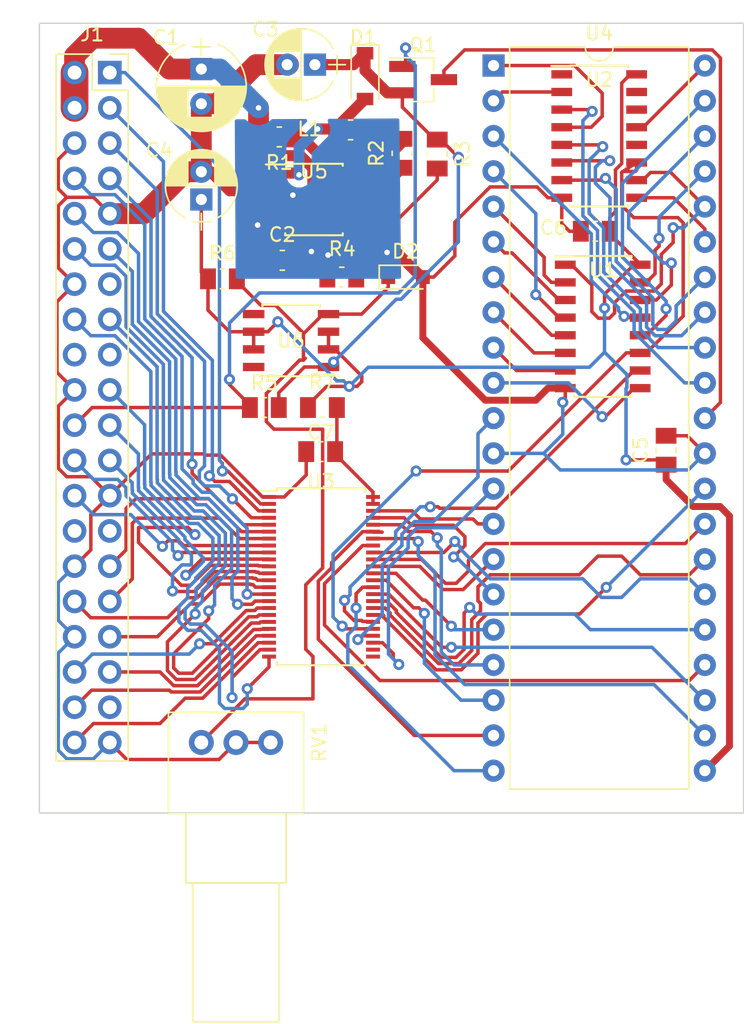
<source format=kicad_pcb>
(kicad_pcb (version 20171130) (host pcbnew "(2017-12-31 revision 11d1188fd)-master")
  (layers (0 F.Cu signal) (31 B.Cu signal) (34 B.Paste user) (35 F.Paste user) (36 B.SilkS user) (37 F.SilkS user) (38 B.Mask user) (39 F.Mask user) (44 Edge.Cuts user))
  (net 0 "")
  (net 1 GND)
  (net 2 "Net-(J1-Pad1)")
  (net 3 /GPIO0)
  (net 4 /GPIO1)
  (net 5 /GPIO2)
  (net 6 /GPIO3)
  (net 7 /GPIO4)
  (net 8 /GPIO5)
  (net 9 /GPIO6)
  (net 10 /GPIO7)
  (net 11 /GPIO8)
  (net 12 /GPIO9)
  (net 13 /GPIO10)
  (net 14 /GPIO11)
  (net 15 /GPIO12)
  (net 16 /GPIO13)
  (net 17 /GPIO14)
  (net 18 /GPIO15)
  (net 19 /GPIO16)
  (net 20 /GPIO17)
  (net 21 /GPIO18)
  (net 22 /GPIO19)
  (net 23 /GPIO20)
  (net 24 /GPIO21)
  (net 25 "Net-(U3-Pad25)")
  (net 26 "Net-(U3-Pad26)")
  (net 27 /OE)
  (net 28 /CE)
  (net 29 /ADDR_RST)
  (net 30 /ADDR_CLK)
  (net 31 /D15)
  (net 32 /D14)
  (net 33 /D13)
  (net 34 /D12)
  (net 35 /D11)
  (net 36 /D10)
  (net 37 /D9)
  (net 38 /D8)
  (net 39 /D7)
  (net 40 /D6)
  (net 41 /D5)
  (net 42 /D4)
  (net 43 /D3)
  (net 44 /D2)
  (net 45 /D1)
  (net 46 /D0)
  (net 47 VCC)
  (net 48 "Net-(U2-Pad1)")
  (net 49 /A17)
  (net 50 /A16)
  (net 51 /A18)
  (net 52 /A15)
  (net 53 /A14)
  (net 54 /A13)
  (net 55 /A12)
  (net 56 /A11)
  (net 57 "Net-(U2-Pad12)")
  (net 58 /A19)
  (net 59 "Net-(U2-Pad14)")
  (net 60 "Net-(U2-Pad15)")
  (net 61 /A10)
  (net 62 /A9)
  (net 63 /A7)
  (net 64 /A8)
  (net 65 /A0)
  (net 66 /A1)
  (net 67 /A2)
  (net 68 /A3)
  (net 69 /A6)
  (net 70 /A4)
  (net 71 /A5)
  (net 72 "Net-(C3-Pad1)")
  (net 73 "Net-(D2-Pad1)")
  (net 74 "Net-(U6-Pad5)")
  (net 75 "Net-(U6-Pad8)")
  (net 76 "Net-(R2-Pad2)")
  (net 77 "Net-(L1-Pad1)")
  (net 78 /StepUpVoltage/V_in)
  (net 79 "Net-(R3-Pad2)")
  (net 80 "Net-(C2-Pad1)")
  (net 81 "Net-(D1-Pad2)")
  (net 82 /Vpp)
  (net 83 "Net-(J1-Pad17)")
  (net 84 /Vpp_enable)
  (net 85 /GPIO22)
  (net 86 /GPIO23)
  (net 87 /GPIO26)
  (net 88 /GPIO24)
  (net 89 /GPIO25)
  (net 90 "Net-(C7-Pad1)")
  (module Package_SOIC:SOIC-8_3.9x4.9mm_P1.27mm (layer F.Cu) (at 32.512 26.924)
    (fp_text reference U5 (at 0 -2.032) (layer F.SilkS))
    (fp_text value MC33063AD)
    (pad 8 smd rect (at 2.7 -1.905) (size 1.55 0.6) (layers F.Cu F.Paste F.Mask) (net 76 "Net-(R2-Pad2)"))
    (pad 7 smd rect (at 2.7 -0.635) (size 1.55 0.6) (layers F.Cu F.Paste F.Mask) (net 77 "Net-(L1-Pad1)"))
    (pad 6 smd rect (at 2.7 0.635) (size 1.55 0.6) (layers F.Cu F.Paste F.Mask) (net 78 /StepUpVoltage/V_in))
    (pad 5 smd rect (at 2.7 1.905) (size 1.55 0.6) (layers F.Cu F.Paste F.Mask) (net 79 "Net-(R3-Pad2)"))
    (pad 4 smd rect (at -2.7 1.905) (size 1.55 0.6) (layers F.Cu F.Paste F.Mask) (net 1 GND))
    (pad 3 smd rect (at -2.7 0.635) (size 1.55 0.6) (layers F.Cu F.Paste F.Mask) (net 80 "Net-(C2-Pad1)"))
    (pad 2 smd rect (at -2.7 -0.635) (size 1.55 0.6) (layers F.Cu F.Paste F.Mask) (net 1 GND))
    (pad 1 smd rect (at -2.7 -1.905) (size 1.55 0.6) (layers F.Cu F.Paste F.Mask) (net 81 "Net-(D1-Pad2)"))
  )
  (module Capacitor_THT:CP_Radial_D6.3mm_P2.50mm (layer F.Cu) (at 24.384 17.526 270)
    (fp_text reference C1 (at -2.286 2.54) (layer F.SilkS))
    (fp_text value 470u)
    (pad 1 thru_hole rect (at 0 0 270) (size 1.6 1.6) (drill 0.8) (layers *.Cu *.Mask) (net 78 /StepUpVoltage/V_in))
    (pad 2 thru_hole circle (at 2.5 0 270) (size 1.6 1.6) (drill 0.8) (layers *.Cu *.Mask) (net 1 GND))
  )
  (module Inductor_SMD:L_0805_2012Metric_Pad1.15x1.50mm_HandSolder (layer F.Cu) (at 35.1525 21.9075 180)
    (fp_text reference L1 (at 2.958 0.0635 180) (layer F.SilkS))
    (fp_text value 100u)
    (pad 1 smd rect (at -1.0425 0 180) (size 1.145 1.5) (layers F.Cu F.Paste F.Mask) (net 77 "Net-(L1-Pad1)"))
    (pad 2 smd rect (at 1.0425 0 180) (size 1.145 1.5) (layers F.Cu F.Paste F.Mask) (net 81 "Net-(D1-Pad2)"))
  )
  (module Resistor_SMD:R_0805_2012Metric_Pad1.15x1.50mm_HandSolder (layer F.Cu) (at 28.9295 41.91 180)
    (fp_text reference R5 (at 0 1.778 180) (layer F.SilkS))
    (fp_text value 15k)
    (pad 1 smd rect (at -1.0425 0 180) (size 1.145 1.5) (layers F.Cu F.Paste F.Mask) (net 72 "Net-(C3-Pad1)"))
    (pad 2 smd rect (at 1.0425 0 180) (size 1.145 1.5) (layers F.Cu F.Paste F.Mask) (net 84 /Vpp_enable))
  )
  (module Capacitor_SMD:C_0805_2012Metric_Pad1.15x1.50mm_HandSolder (layer F.Cu) (at 32.9935 45.085 180)
    (fp_text reference C7 (at -0.0265 1.397 180) (layer F.SilkS))
    (fp_text value 100n)
    (pad 1 smd rect (at -1.0425 0 180) (size 1.145 1.5) (layers F.Cu F.Paste F.Mask) (net 90 "Net-(C7-Pad1)"))
    (pad 2 smd rect (at 1.0425 0 180) (size 1.145 1.5) (layers F.Cu F.Paste F.Mask) (net 1 GND))
  )
  (module Package_TO_SOT_SMD:SOT-23_Handsoldering (layer F.Cu) (at 40.386 18.288)
    (fp_text reference Q1 (at 0 -2.5) (layer F.SilkS))
    (fp_text value BSS84)
    (pad 1 smd rect (at -1.5 -0.95) (size 1.9 0.8) (layers F.Cu F.Paste F.Mask) (net 84 /Vpp_enable))
    (pad 2 smd rect (at -1.5 0.95) (size 1.9 0.8) (layers F.Cu F.Paste F.Mask) (net 72 "Net-(C3-Pad1)"))
    (pad 3 smd rect (at 1.5 0) (size 1.9 0.8) (layers F.Cu F.Paste F.Mask) (net 82 /Vpp))
  )
  (module Resistor_SMD:R_0805_2012Metric_Pad1.15x1.50mm_HandSolder (layer F.Cu) (at 33.1205 41.91)
    (fp_text reference R7 (at 0 -1.85) (layer F.SilkS))
    (fp_text value 200k)
    (pad 1 smd rect (at -1.0425 0) (size 1.145 1.5) (layers F.Cu F.Paste F.Mask) (net 47 VCC))
    (pad 2 smd rect (at 1.0425 0) (size 1.145 1.5) (layers F.Cu F.Paste F.Mask) (net 90 "Net-(C7-Pad1)"))
  )
  (module Connector_PinSocket_2.54mm:PinSocket_2x20_P2.54mm_Vertical (layer F.Cu) (at 17.78 17.78)
    (fp_text reference J1 (at -1.27 -2.77) (layer F.SilkS))
    (fp_text value Raspberry_Pi_2_3)
    (pad 1 thru_hole rect (at 0 0) (size 1.7 1.7) (drill 1) (layers *.Cu *.Mask) (net 2 "Net-(J1-Pad1)"))
    (pad 2 thru_hole oval (at -2.54 0) (size 1.7 1.7) (drill 1) (layers *.Cu *.Mask) (net 78 /StepUpVoltage/V_in))
    (pad 3 thru_hole oval (at 0 2.54) (size 1.7 1.7) (drill 1) (layers *.Cu *.Mask) (net 5 /GPIO2))
    (pad 4 thru_hole oval (at -2.54 2.54) (size 1.7 1.7) (drill 1) (layers *.Cu *.Mask) (net 78 /StepUpVoltage/V_in))
    (pad 5 thru_hole oval (at 0 5.08) (size 1.7 1.7) (drill 1) (layers *.Cu *.Mask) (net 6 /GPIO3))
    (pad 6 thru_hole oval (at -2.54 5.08) (size 1.7 1.7) (drill 1) (layers *.Cu *.Mask) (net 1 GND))
    (pad 7 thru_hole oval (at 0 7.62) (size 1.7 1.7) (drill 1) (layers *.Cu *.Mask) (net 7 /GPIO4))
    (pad 8 thru_hole oval (at -2.54 7.62) (size 1.7 1.7) (drill 1) (layers *.Cu *.Mask) (net 17 /GPIO14))
    (pad 9 thru_hole oval (at 0 10.16) (size 1.7 1.7) (drill 1) (layers *.Cu *.Mask) (net 1 GND))
    (pad 10 thru_hole oval (at -2.54 10.16) (size 1.7 1.7) (drill 1) (layers *.Cu *.Mask) (net 18 /GPIO15))
    (pad 11 thru_hole oval (at 0 12.7) (size 1.7 1.7) (drill 1) (layers *.Cu *.Mask) (net 20 /GPIO17))
    (pad 12 thru_hole oval (at -2.54 12.7) (size 1.7 1.7) (drill 1) (layers *.Cu *.Mask) (net 21 /GPIO18))
    (pad 13 thru_hole oval (at 0 15.24) (size 1.7 1.7) (drill 1) (layers *.Cu *.Mask) (net 87 /GPIO26))
    (pad 14 thru_hole oval (at -2.54 15.24) (size 1.7 1.7) (drill 1) (layers *.Cu *.Mask) (net 1 GND))
    (pad 15 thru_hole oval (at 0 17.78) (size 1.7 1.7) (drill 1) (layers *.Cu *.Mask) (net 85 /GPIO22))
    (pad 16 thru_hole oval (at -2.54 17.78) (size 1.7 1.7) (drill 1) (layers *.Cu *.Mask) (net 86 /GPIO23))
    (pad 17 thru_hole oval (at 0 20.32) (size 1.7 1.7) (drill 1) (layers *.Cu *.Mask) (net 83 "Net-(J1-Pad17)"))
    (pad 18 thru_hole oval (at -2.54 20.32) (size 1.7 1.7) (drill 1) (layers *.Cu *.Mask) (net 88 /GPIO24))
    (pad 19 thru_hole oval (at 0 22.86) (size 1.7 1.7) (drill 1) (layers *.Cu *.Mask) (net 13 /GPIO10))
    (pad 20 thru_hole oval (at -2.54 22.86) (size 1.7 1.7) (drill 1) (layers *.Cu *.Mask) (net 1 GND))
    (pad 21 thru_hole oval (at 0 25.4) (size 1.7 1.7) (drill 1) (layers *.Cu *.Mask) (net 12 /GPIO9))
    (pad 22 thru_hole oval (at -2.54 25.4) (size 1.7 1.7) (drill 1) (layers *.Cu *.Mask) (net 84 /Vpp_enable))
    (pad 23 thru_hole oval (at 0 27.94) (size 1.7 1.7) (drill 1) (layers *.Cu *.Mask) (net 14 /GPIO11))
    (pad 24 thru_hole oval (at -2.54 27.94) (size 1.7 1.7) (drill 1) (layers *.Cu *.Mask) (net 11 /GPIO8))
    (pad 25 thru_hole oval (at 0 30.48) (size 1.7 1.7) (drill 1) (layers *.Cu *.Mask) (net 1 GND))
    (pad 26 thru_hole oval (at -2.54 30.48) (size 1.7 1.7) (drill 1) (layers *.Cu *.Mask) (net 10 /GPIO7))
    (pad 27 thru_hole oval (at 0 33.02) (size 1.7 1.7) (drill 1) (layers *.Cu *.Mask) (net 3 /GPIO0))
    (pad 28 thru_hole oval (at -2.54 33.02) (size 1.7 1.7) (drill 1) (layers *.Cu *.Mask) (net 4 /GPIO1))
    (pad 29 thru_hole oval (at 0 35.56) (size 1.7 1.7) (drill 1) (layers *.Cu *.Mask) (net 8 /GPIO5))
    (pad 30 thru_hole oval (at -2.54 35.56) (size 1.7 1.7) (drill 1) (layers *.Cu *.Mask) (net 1 GND))
    (pad 31 thru_hole oval (at 0 38.1) (size 1.7 1.7) (drill 1) (layers *.Cu *.Mask) (net 9 /GPIO6))
    (pad 32 thru_hole oval (at -2.54 38.1) (size 1.7 1.7) (drill 1) (layers *.Cu *.Mask) (net 15 /GPIO12))
    (pad 33 thru_hole oval (at 0 40.64) (size 1.7 1.7) (drill 1) (layers *.Cu *.Mask) (net 16 /GPIO13))
    (pad 34 thru_hole oval (at -2.54 40.64) (size 1.7 1.7) (drill 1) (layers *.Cu *.Mask) (net 1 GND))
    (pad 35 thru_hole oval (at 0 43.18) (size 1.7 1.7) (drill 1) (layers *.Cu *.Mask) (net 22 /GPIO19))
    (pad 36 thru_hole oval (at -2.54 43.18) (size 1.7 1.7) (drill 1) (layers *.Cu *.Mask) (net 19 /GPIO16))
    (pad 37 thru_hole oval (at 0 45.72) (size 1.7 1.7) (drill 1) (layers *.Cu *.Mask) (net 89 /GPIO25))
    (pad 38 thru_hole oval (at -2.54 45.72) (size 1.7 1.7) (drill 1) (layers *.Cu *.Mask) (net 23 /GPIO20))
    (pad 39 thru_hole oval (at 0 48.26) (size 1.7 1.7) (drill 1) (layers *.Cu *.Mask) (net 1 GND))
    (pad 40 thru_hole oval (at -2.54 48.26) (size 1.7 1.7) (drill 1) (layers *.Cu *.Mask) (net 24 /GPIO21))
  )
  (module Capacitor_SMD:C_0805_2012Metric_Pad1.15x1.50mm_HandSolder (layer F.Cu) (at 57.912 44.9845 90)
    (fp_text reference C5 (at 0 -1.85 90) (layer F.SilkS))
    (fp_text value 100n)
    (pad 2 smd rect (at 1.0425 0 90) (size 1.145 1.5) (layers F.Cu F.Paste F.Mask) (net 1 GND))
    (pad 1 smd rect (at -1.0425 0 90) (size 1.145 1.5) (layers F.Cu F.Paste F.Mask) (net 47 VCC))
  )
  (module Capacitor_SMD:C_0805_2012Metric_Pad1.15x1.50mm_HandSolder (layer F.Cu) (at 52.8055 29.21 180)
    (fp_text reference C6 (at 3.0215 0.254 180) (layer F.SilkS))
    (fp_text value 100n)
    (pad 1 smd rect (at -1.0425 0 180) (size 1.145 1.5) (layers F.Cu F.Paste F.Mask) (net 47 VCC))
    (pad 2 smd rect (at 1.0425 0 180) (size 1.145 1.5) (layers F.Cu F.Paste F.Mask) (net 1 GND))
  )
  (module Capacitor_THT:CP_Radial_D5.0mm_P2.00mm (layer F.Cu) (at 32.5755 17.2085 180)
    (fp_text reference C3 (at 3.556 2.54 180) (layer F.SilkS))
    (fp_text value 100u)
    (pad 2 thru_hole circle (at 2 0 180) (size 1.6 1.6) (drill 0.8) (layers *.Cu *.Mask) (net 1 GND))
    (pad 1 thru_hole rect (at 0 0 180) (size 1.6 1.6) (drill 0.8) (layers *.Cu *.Mask) (net 72 "Net-(C3-Pad1)"))
  )
  (module Capacitor_THT:CP_Radial_D5.0mm_P2.00mm (layer F.Cu) (at 24.384 26.924 90)
    (fp_text reference C4 (at 3.556 -3.048 180) (layer F.SilkS))
    (fp_text value 10u)
    (pad 1 thru_hole rect (at 0 0 90) (size 1.6 1.6) (drill 0.8) (layers *.Cu *.Mask) (net 47 VCC))
    (pad 2 thru_hole circle (at 2 0 90) (size 1.6 1.6) (drill 0.8) (layers *.Cu *.Mask) (net 1 GND))
  )
  (module Diode_SMD:D_SOD-123 (layer F.Cu) (at 36.193 18.033 270)
    (fp_text reference D1 (at -2.793 0.125) (layer F.SilkS))
    (fp_text value 1N5819)
    (pad 1 smd rect (at -1.65 0 270) (size 0.9 1.2) (layers F.Cu F.Paste F.Mask) (net 72 "Net-(C3-Pad1)"))
    (pad 2 smd rect (at 1.65 0 270) (size 0.9 1.2) (layers F.Cu F.Paste F.Mask) (net 81 "Net-(D1-Pad2)"))
  )
  (module Diode_SMD:D_SOD-323_HandSoldering (layer F.Cu) (at 39.116 32.512)
    (fp_text reference D2 (at 0 -1.85) (layer F.SilkS))
    (fp_text value 5V6)
    (pad 1 smd rect (at -1.25 0) (size 1 1) (layers F.Cu F.Paste F.Mask) (net 73 "Net-(D2-Pad1)"))
    (pad 2 smd rect (at 1.25 0) (size 1 1) (layers F.Cu F.Paste F.Mask) (net 1 GND))
  )
  (module Package_SOIC:SOIC-16_3.9x9.9mm_P1.27mm (layer F.Cu) (at 53.34 36.068)
    (fp_text reference U1 (at 0 -4.064) (layer F.SilkS))
    (fp_text value 4040)
    (pad 16 smd rect (at 2.7 -4.445) (size 1.5 0.6) (layers F.Cu F.Paste F.Mask) (net 47 VCC))
    (pad 15 smd rect (at 2.7 -3.175) (size 1.5 0.6) (layers F.Cu F.Paste F.Mask) (net 61 /A10))
    (pad 14 smd rect (at 2.7 -1.905) (size 1.5 0.6) (layers F.Cu F.Paste F.Mask) (net 62 /A9))
    (pad 13 smd rect (at 2.7 -0.635) (size 1.5 0.6) (layers F.Cu F.Paste F.Mask) (net 63 /A7))
    (pad 12 smd rect (at 2.7 0.635) (size 1.5 0.6) (layers F.Cu F.Paste F.Mask) (net 64 /A8))
    (pad 11 smd rect (at 2.7 1.905) (size 1.5 0.6) (layers F.Cu F.Paste F.Mask) (net 29 /ADDR_RST))
    (pad 10 smd rect (at 2.7 3.175) (size 1.5 0.6) (layers F.Cu F.Paste F.Mask) (net 30 /ADDR_CLK))
    (pad 9 smd rect (at 2.7 4.445) (size 1.5 0.6) (layers F.Cu F.Paste F.Mask) (net 65 /A0))
    (pad 8 smd rect (at -2.7 4.445) (size 1.5 0.6) (layers F.Cu F.Paste F.Mask) (net 1 GND))
    (pad 7 smd rect (at -2.7 3.175) (size 1.5 0.6) (layers F.Cu F.Paste F.Mask) (net 66 /A1))
    (pad 6 smd rect (at -2.7 1.905) (size 1.5 0.6) (layers F.Cu F.Paste F.Mask) (net 67 /A2))
    (pad 5 smd rect (at -2.7 0.635) (size 1.5 0.6) (layers F.Cu F.Paste F.Mask) (net 68 /A3))
    (pad 4 smd rect (at -2.7 -0.635) (size 1.5 0.6) (layers F.Cu F.Paste F.Mask) (net 69 /A6))
    (pad 3 smd rect (at -2.7 -1.905) (size 1.5 0.6) (layers F.Cu F.Paste F.Mask) (net 70 /A4))
    (pad 2 smd rect (at -2.7 -3.175) (size 1.5 0.6) (layers F.Cu F.Paste F.Mask) (net 71 /A5))
    (pad 1 smd rect (at -2.7 -4.445) (size 1.5 0.6) (layers F.Cu F.Paste F.Mask) (net 56 /A11))
  )
  (module Package_SOIC:SOIC-16_3.9x9.9mm_P1.27mm (layer F.Cu) (at 53.086 22.352)
    (fp_text reference U2 (at 0 -4.064) (layer F.SilkS))
    (fp_text value 4040)
    (pad 1 smd rect (at -2.7 -4.445) (size 1.5 0.6) (layers F.Cu F.Paste F.Mask) (net 48 "Net-(U2-Pad1)"))
    (pad 2 smd rect (at -2.7 -3.175) (size 1.5 0.6) (layers F.Cu F.Paste F.Mask) (net 49 /A17))
    (pad 3 smd rect (at -2.7 -1.905) (size 1.5 0.6) (layers F.Cu F.Paste F.Mask) (net 50 /A16))
    (pad 4 smd rect (at -2.7 -0.635) (size 1.5 0.6) (layers F.Cu F.Paste F.Mask) (net 51 /A18))
    (pad 5 smd rect (at -2.7 0.635) (size 1.5 0.6) (layers F.Cu F.Paste F.Mask) (net 52 /A15))
    (pad 6 smd rect (at -2.7 1.905) (size 1.5 0.6) (layers F.Cu F.Paste F.Mask) (net 53 /A14))
    (pad 7 smd rect (at -2.7 3.175) (size 1.5 0.6) (layers F.Cu F.Paste F.Mask) (net 54 /A13))
    (pad 8 smd rect (at -2.7 4.445) (size 1.5 0.6) (layers F.Cu F.Paste F.Mask) (net 1 GND))
    (pad 9 smd rect (at 2.7 4.445) (size 1.5 0.6) (layers F.Cu F.Paste F.Mask) (net 55 /A12))
    (pad 10 smd rect (at 2.7 3.175) (size 1.5 0.6) (layers F.Cu F.Paste F.Mask) (net 56 /A11))
    (pad 11 smd rect (at 2.7 1.905) (size 1.5 0.6) (layers F.Cu F.Paste F.Mask) (net 29 /ADDR_RST))
    (pad 12 smd rect (at 2.7 0.635) (size 1.5 0.6) (layers F.Cu F.Paste F.Mask) (net 57 "Net-(U2-Pad12)"))
    (pad 13 smd rect (at 2.7 -0.635) (size 1.5 0.6) (layers F.Cu F.Paste F.Mask) (net 58 /A19))
    (pad 14 smd rect (at 2.7 -1.905) (size 1.5 0.6) (layers F.Cu F.Paste F.Mask) (net 59 "Net-(U2-Pad14)"))
    (pad 15 smd rect (at 2.7 -3.175) (size 1.5 0.6) (layers F.Cu F.Paste F.Mask) (net 60 "Net-(U2-Pad15)"))
    (pad 16 smd rect (at 2.7 -4.445) (size 1.5 0.6) (layers F.Cu F.Paste F.Mask) (net 47 VCC))
  )
  (module Package_SSOP:TSSOP-48_6.1x12.5mm_P0.5mm (layer F.Cu) (at 33.02 54.102)
    (fp_text reference U3 (at 0 -6.858) (layer F.SilkS))
    (fp_text value GTL2000)
    (pad 1 smd rect (at -3.75 -5.75) (size 1 0.285) (layers F.Cu F.Paste F.Mask) (net 1 GND))
    (pad 2 smd rect (at -3.75 -5.25) (size 1 0.285) (layers F.Cu F.Paste F.Mask) (net 2 "Net-(J1-Pad1)"))
    (pad 3 smd rect (at -3.75 -4.75) (size 1 0.285) (layers F.Cu F.Paste F.Mask) (net 5 /GPIO2))
    (pad 4 smd rect (at -3.75 -4.25) (size 1 0.285) (layers F.Cu F.Paste F.Mask) (net 6 /GPIO3))
    (pad 5 smd rect (at -3.75 -3.75) (size 1 0.285) (layers F.Cu F.Paste F.Mask) (net 7 /GPIO4))
    (pad 6 smd rect (at -3.75 -3.25) (size 1 0.285) (layers F.Cu F.Paste F.Mask) (net 8 /GPIO5))
    (pad 7 smd rect (at -3.75 -2.75) (size 1 0.285) (layers F.Cu F.Paste F.Mask) (net 9 /GPIO6))
    (pad 8 smd rect (at -3.75 -2.25) (size 1 0.285) (layers F.Cu F.Paste F.Mask) (net 10 /GPIO7))
    (pad 9 smd rect (at -3.75 -1.75) (size 1 0.285) (layers F.Cu F.Paste F.Mask) (net 11 /GPIO8))
    (pad 10 smd rect (at -3.75 -1.25) (size 1 0.285) (layers F.Cu F.Paste F.Mask) (net 12 /GPIO9))
    (pad 11 smd rect (at -3.75 -0.75) (size 1 0.285) (layers F.Cu F.Paste F.Mask) (net 13 /GPIO10))
    (pad 12 smd rect (at -3.75 -0.25) (size 1 0.285) (layers F.Cu F.Paste F.Mask) (net 14 /GPIO11))
    (pad 13 smd rect (at -3.75 0.25) (size 1 0.285) (layers F.Cu F.Paste F.Mask) (net 15 /GPIO12))
    (pad 14 smd rect (at -3.75 0.75) (size 1 0.285) (layers F.Cu F.Paste F.Mask) (net 16 /GPIO13))
    (pad 15 smd rect (at -3.75 1.25) (size 1 0.285) (layers F.Cu F.Paste F.Mask) (net 17 /GPIO14))
    (pad 16 smd rect (at -3.75 1.75) (size 1 0.285) (layers F.Cu F.Paste F.Mask) (net 18 /GPIO15))
    (pad 17 smd rect (at -3.75 2.25) (size 1 0.285) (layers F.Cu F.Paste F.Mask) (net 19 /GPIO16))
    (pad 18 smd rect (at -3.75 2.75) (size 1 0.285) (layers F.Cu F.Paste F.Mask) (net 20 /GPIO17))
    (pad 19 smd rect (at -3.75 3.25) (size 1 0.285) (layers F.Cu F.Paste F.Mask) (net 21 /GPIO18))
    (pad 20 smd rect (at -3.75 3.75) (size 1 0.285) (layers F.Cu F.Paste F.Mask) (net 22 /GPIO19))
    (pad 21 smd rect (at -3.75 4.25) (size 1 0.285) (layers F.Cu F.Paste F.Mask) (net 23 /GPIO20))
    (pad 22 smd rect (at -3.75 4.75) (size 1 0.285) (layers F.Cu F.Paste F.Mask) (net 24 /GPIO21))
    (pad 23 smd rect (at -3.75 5.25) (size 1 0.285) (layers F.Cu F.Paste F.Mask) (net 85 /GPIO22))
    (pad 24 smd rect (at -3.75 5.75) (size 1 0.285) (layers F.Cu F.Paste F.Mask) (net 86 /GPIO23))
    (pad 25 smd rect (at 3.75 5.75) (size 1 0.285) (layers F.Cu F.Paste F.Mask) (net 25 "Net-(U3-Pad25)"))
    (pad 26 smd rect (at 3.75 5.25) (size 1 0.285) (layers F.Cu F.Paste F.Mask) (net 26 "Net-(U3-Pad26)"))
    (pad 27 smd rect (at 3.75 4.75) (size 1 0.285) (layers F.Cu F.Paste F.Mask) (net 27 /OE))
    (pad 28 smd rect (at 3.75 4.25) (size 1 0.285) (layers F.Cu F.Paste F.Mask) (net 28 /CE))
    (pad 29 smd rect (at 3.75 3.75) (size 1 0.285) (layers F.Cu F.Paste F.Mask) (net 29 /ADDR_RST))
    (pad 30 smd rect (at 3.75 3.25) (size 1 0.285) (layers F.Cu F.Paste F.Mask) (net 30 /ADDR_CLK))
    (pad 31 smd rect (at 3.75 2.75) (size 1 0.285) (layers F.Cu F.Paste F.Mask) (net 31 /D15))
    (pad 32 smd rect (at 3.75 2.25) (size 1 0.285) (layers F.Cu F.Paste F.Mask) (net 32 /D14))
    (pad 33 smd rect (at 3.75 1.75) (size 1 0.285) (layers F.Cu F.Paste F.Mask) (net 33 /D13))
    (pad 34 smd rect (at 3.75 1.25) (size 1 0.285) (layers F.Cu F.Paste F.Mask) (net 34 /D12))
    (pad 35 smd rect (at 3.75 0.75) (size 1 0.285) (layers F.Cu F.Paste F.Mask) (net 35 /D11))
    (pad 36 smd rect (at 3.75 0.25) (size 1 0.285) (layers F.Cu F.Paste F.Mask) (net 36 /D10))
    (pad 37 smd rect (at 3.75 -0.25) (size 1 0.285) (layers F.Cu F.Paste F.Mask) (net 37 /D9))
    (pad 38 smd rect (at 3.75 -0.75) (size 1 0.285) (layers F.Cu F.Paste F.Mask) (net 38 /D8))
    (pad 39 smd rect (at 3.75 -1.25) (size 1 0.285) (layers F.Cu F.Paste F.Mask) (net 39 /D7))
    (pad 40 smd rect (at 3.75 -1.75) (size 1 0.285) (layers F.Cu F.Paste F.Mask) (net 40 /D6))
    (pad 41 smd rect (at 3.75 -2.25) (size 1 0.285) (layers F.Cu F.Paste F.Mask) (net 41 /D5))
    (pad 42 smd rect (at 3.75 -2.75) (size 1 0.285) (layers F.Cu F.Paste F.Mask) (net 42 /D4))
    (pad 43 smd rect (at 3.75 -3.25) (size 1 0.285) (layers F.Cu F.Paste F.Mask) (net 43 /D3))
    (pad 44 smd rect (at 3.75 -3.75) (size 1 0.285) (layers F.Cu F.Paste F.Mask) (net 44 /D2))
    (pad 45 smd rect (at 3.75 -4.25) (size 1 0.285) (layers F.Cu F.Paste F.Mask) (net 45 /D1))
    (pad 46 smd rect (at 3.75 -4.75) (size 1 0.285) (layers F.Cu F.Paste F.Mask) (net 46 /D0))
    (pad 47 smd rect (at 3.75 -5.25) (size 1 0.285) (layers F.Cu F.Paste F.Mask) (net 90 "Net-(C7-Pad1)"))
    (pad 48 smd rect (at 3.75 -5.75) (size 1 0.285) (layers F.Cu F.Paste F.Mask) (net 90 "Net-(C7-Pad1)"))
  )
  (module Potentiometer_THT:Potentiometer_Alps_RK097_Single_Horizontal (layer F.Cu) (at 24.384 66.04 270)
    (fp_text reference RV1 (at 0 -8.5 270) (layer F.SilkS))
    (fp_text value 10k)
    (pad 1 thru_hole circle (at 0 0 270) (size 1.8 1.8) (drill 1) (layers *.Cu *.Mask) (net 73 "Net-(D2-Pad1)"))
    (pad 2 thru_hole circle (at 0 -2.5 270) (size 1.8 1.8) (drill 1) (layers *.Cu *.Mask) (net 1 GND))
    (pad 3 thru_hole circle (at 0 -5 270) (size 1.8 1.8) (drill 1) (layers *.Cu *.Mask) (net 1 GND))
  )
  (module Resistor_SMD:R_0805_2012Metric_Pad1.15x1.50mm_HandSolder (layer F.Cu) (at 25.908 32.639)
    (fp_text reference R6 (at 0 -1.85) (layer F.SilkS))
    (fp_text value 1k5)
    (pad 2 smd rect (at 1.0425 0) (size 1.145 1.5) (layers F.Cu F.Paste F.Mask) (net 73 "Net-(D2-Pad1)"))
    (pad 1 smd rect (at -1.0425 0) (size 1.145 1.5) (layers F.Cu F.Paste F.Mask) (net 47 VCC))
  )
  (module Resistor_SMD:R_0805_2012Metric_Pad1.15x1.50mm_HandSolder (layer F.Cu) (at 34.5175 32.512 180)
    (fp_text reference R4 (at -0.0265 2.032 180) (layer F.SilkS))
    (fp_text value 1k5)
    (pad 1 smd rect (at -1.0425 0 180) (size 1.145 1.5) (layers F.Cu F.Paste F.Mask) (net 79 "Net-(R3-Pad2)"))
    (pad 2 smd rect (at 1.0425 0 180) (size 1.145 1.5) (layers F.Cu F.Paste F.Mask) (net 1 GND))
  )
  (module Resistor_SMD:R_0805_2012Metric_Pad1.15x1.50mm_HandSolder (layer F.Cu) (at 41.402 23.6485 270)
    (fp_text reference R3 (at 0 -1.85 270) (layer F.SilkS))
    (fp_text value 15k)
    (pad 2 smd rect (at 1.0425 0 270) (size 1.145 1.5) (layers F.Cu F.Paste F.Mask) (net 79 "Net-(R3-Pad2)"))
    (pad 1 smd rect (at -1.0425 0 270) (size 1.145 1.5) (layers F.Cu F.Paste F.Mask) (net 72 "Net-(C3-Pad1)"))
  )
  (module Resistor_SMD:R_0805_2012Metric_Pad1.15x1.50mm_HandSolder (layer F.Cu) (at 38.862 23.5955 90)
    (fp_text reference R2 (at 0 -1.85 90) (layer F.SilkS))
    (fp_text value 220)
    (pad 1 smd rect (at -1.0425 0 90) (size 1.145 1.5) (layers F.Cu F.Paste F.Mask) (net 77 "Net-(L1-Pad1)"))
    (pad 2 smd rect (at 1.0425 0 90) (size 1.145 1.5) (layers F.Cu F.Paste F.Mask) (net 76 "Net-(R2-Pad2)"))
  )
  (module Resistor_SMD:R_0805_2012Metric_Pad1.15x1.50mm_HandSolder (layer F.Cu) (at 30.009 22.4155 180)
    (fp_text reference R1 (at 0 -1.85 180) (layer F.SilkS))
    (fp_text value 0.22)
    (pad 2 smd rect (at 1.0425 0 180) (size 1.145 1.5) (layers F.Cu F.Paste F.Mask) (net 78 /StepUpVoltage/V_in))
    (pad 1 smd rect (at -1.0425 0 180) (size 1.145 1.5) (layers F.Cu F.Paste F.Mask) (net 77 "Net-(L1-Pad1)"))
  )
  (module Capacitor_SMD:C_0805_2012Metric (layer F.Cu) (at 30.226 31.3055)
    (fp_text reference C2 (at 0 -1.85) (layer F.SilkS))
    (fp_text value 470p)
    (pad 1 smd rect (at -0.955 0) (size 0.97 1.5) (layers F.Cu F.Paste F.Mask) (net 80 "Net-(C2-Pad1)"))
    (pad 2 smd rect (at 0.955 0) (size 0.97 1.5) (layers F.Cu F.Paste F.Mask) (net 1 GND))
  )
  (module Package_DIP:DIP-42_W15.24mm (layer F.Cu) (at 45.466 17.272)
    (fp_text reference U4 (at 7.62 -2.33) (layer F.SilkS))
    (fp_text value 27C160)
    (pad 42 thru_hole oval (at 15.24 0) (size 1.6 1.6) (drill 0.8) (layers *.Cu *.Mask) (net 58 /A19))
    (pad 21 thru_hole oval (at 0 50.8) (size 1.6 1.6) (drill 0.8) (layers *.Cu *.Mask) (net 35 /D11))
    (pad 41 thru_hole oval (at 15.24 2.54) (size 1.6 1.6) (drill 0.8) (layers *.Cu *.Mask) (net 64 /A8))
    (pad 20 thru_hole oval (at 0 48.26) (size 1.6 1.6) (drill 0.8) (layers *.Cu *.Mask) (net 43 /D3))
    (pad 40 thru_hole oval (at 15.24 5.08) (size 1.6 1.6) (drill 0.8) (layers *.Cu *.Mask) (net 62 /A9))
    (pad 19 thru_hole oval (at 0 45.72) (size 1.6 1.6) (drill 0.8) (layers *.Cu *.Mask) (net 36 /D10))
    (pad 39 thru_hole oval (at 15.24 7.62) (size 1.6 1.6) (drill 0.8) (layers *.Cu *.Mask) (net 61 /A10))
    (pad 18 thru_hole oval (at 0 43.18) (size 1.6 1.6) (drill 0.8) (layers *.Cu *.Mask) (net 44 /D2))
    (pad 38 thru_hole oval (at 15.24 10.16) (size 1.6 1.6) (drill 0.8) (layers *.Cu *.Mask) (net 56 /A11))
    (pad 17 thru_hole oval (at 0 40.64) (size 1.6 1.6) (drill 0.8) (layers *.Cu *.Mask) (net 37 /D9))
    (pad 37 thru_hole oval (at 15.24 12.7) (size 1.6 1.6) (drill 0.8) (layers *.Cu *.Mask) (net 55 /A12))
    (pad 16 thru_hole oval (at 0 38.1) (size 1.6 1.6) (drill 0.8) (layers *.Cu *.Mask) (net 45 /D1))
    (pad 36 thru_hole oval (at 15.24 15.24) (size 1.6 1.6) (drill 0.8) (layers *.Cu *.Mask) (net 54 /A13))
    (pad 15 thru_hole oval (at 0 35.56) (size 1.6 1.6) (drill 0.8) (layers *.Cu *.Mask) (net 38 /D8))
    (pad 35 thru_hole oval (at 15.24 17.78) (size 1.6 1.6) (drill 0.8) (layers *.Cu *.Mask) (net 53 /A14))
    (pad 14 thru_hole oval (at 0 33.02) (size 1.6 1.6) (drill 0.8) (layers *.Cu *.Mask) (net 46 /D0))
    (pad 34 thru_hole oval (at 15.24 20.32) (size 1.6 1.6) (drill 0.8) (layers *.Cu *.Mask) (net 52 /A15))
    (pad 13 thru_hole oval (at 0 30.48) (size 1.6 1.6) (drill 0.8) (layers *.Cu *.Mask) (net 27 /OE))
    (pad 33 thru_hole oval (at 15.24 22.86) (size 1.6 1.6) (drill 0.8) (layers *.Cu *.Mask) (net 50 /A16))
    (pad 12 thru_hole oval (at 0 27.94) (size 1.6 1.6) (drill 0.8) (layers *.Cu *.Mask) (net 1 GND))
    (pad 32 thru_hole oval (at 15.24 25.4) (size 1.6 1.6) (drill 0.8) (layers *.Cu *.Mask) (net 82 /Vpp))
    (pad 11 thru_hole oval (at 0 25.4) (size 1.6 1.6) (drill 0.8) (layers *.Cu *.Mask) (net 28 /CE))
    (pad 31 thru_hole oval (at 15.24 27.94) (size 1.6 1.6) (drill 0.8) (layers *.Cu *.Mask) (net 1 GND))
    (pad 10 thru_hole oval (at 0 22.86) (size 1.6 1.6) (drill 0.8) (layers *.Cu *.Mask) (net 65 /A0))
    (pad 30 thru_hole oval (at 15.24 30.48) (size 1.6 1.6) (drill 0.8) (layers *.Cu *.Mask) (net 31 /D15))
    (pad 9 thru_hole oval (at 0 20.32) (size 1.6 1.6) (drill 0.8) (layers *.Cu *.Mask) (net 66 /A1))
    (pad 29 thru_hole oval (at 15.24 33.02) (size 1.6 1.6) (drill 0.8) (layers *.Cu *.Mask) (net 39 /D7))
    (pad 8 thru_hole oval (at 0 17.78) (size 1.6 1.6) (drill 0.8) (layers *.Cu *.Mask) (net 67 /A2))
    (pad 28 thru_hole oval (at 15.24 35.56) (size 1.6 1.6) (drill 0.8) (layers *.Cu *.Mask) (net 32 /D14))
    (pad 7 thru_hole oval (at 0 15.24) (size 1.6 1.6) (drill 0.8) (layers *.Cu *.Mask) (net 68 /A3))
    (pad 27 thru_hole oval (at 15.24 38.1) (size 1.6 1.6) (drill 0.8) (layers *.Cu *.Mask) (net 40 /D6))
    (pad 6 thru_hole oval (at 0 12.7) (size 1.6 1.6) (drill 0.8) (layers *.Cu *.Mask) (net 70 /A4))
    (pad 26 thru_hole oval (at 15.24 40.64) (size 1.6 1.6) (drill 0.8) (layers *.Cu *.Mask) (net 33 /D13))
    (pad 5 thru_hole oval (at 0 10.16) (size 1.6 1.6) (drill 0.8) (layers *.Cu *.Mask) (net 71 /A5))
    (pad 25 thru_hole oval (at 15.24 43.18) (size 1.6 1.6) (drill 0.8) (layers *.Cu *.Mask) (net 41 /D5))
    (pad 4 thru_hole oval (at 0 7.62) (size 1.6 1.6) (drill 0.8) (layers *.Cu *.Mask) (net 69 /A6))
    (pad 24 thru_hole oval (at 15.24 45.72) (size 1.6 1.6) (drill 0.8) (layers *.Cu *.Mask) (net 34 /D12))
    (pad 3 thru_hole oval (at 0 5.08) (size 1.6 1.6) (drill 0.8) (layers *.Cu *.Mask) (net 63 /A7))
    (pad 23 thru_hole oval (at 15.24 48.26) (size 1.6 1.6) (drill 0.8) (layers *.Cu *.Mask) (net 42 /D4))
    (pad 2 thru_hole oval (at 0 2.54) (size 1.6 1.6) (drill 0.8) (layers *.Cu *.Mask) (net 49 /A17))
    (pad 22 thru_hole oval (at 15.24 50.8) (size 1.6 1.6) (drill 0.8) (layers *.Cu *.Mask) (net 47 VCC))
    (pad 1 thru_hole rect (at 0 0) (size 1.6 1.6) (drill 0.8) (layers *.Cu *.Mask) (net 51 /A18))
  )
  (module Package_SOIC:SOIC-8_3.9x4.9mm_P1.27mm (layer F.Cu) (at 30.861 37.084 180)
    (fp_text reference U6 (at 0 0 180) (layer F.SilkS))
    (fp_text value LM317L_SO8)
    (pad 1 smd rect (at -2.7 -1.905 180) (size 1.55 0.6) (layers F.Cu F.Paste F.Mask) (net 72 "Net-(C3-Pad1)"))
    (pad 2 smd rect (at -2.7 -0.635 180) (size 1.55 0.6) (layers F.Cu F.Paste F.Mask) (net 47 VCC))
    (pad 3 smd rect (at -2.7 0.635 180) (size 1.55 0.6) (layers F.Cu F.Paste F.Mask) (net 47 VCC))
    (pad 4 smd rect (at -2.7 1.905 180) (size 1.55 0.6) (layers F.Cu F.Paste F.Mask) (net 73 "Net-(D2-Pad1)"))
    (pad 5 smd rect (at 2.7 1.905 180) (size 1.55 0.6) (layers F.Cu F.Paste F.Mask) (net 74 "Net-(U6-Pad5)"))
    (pad 6 smd rect (at 2.7 0.635 180) (size 1.55 0.6) (layers F.Cu F.Paste F.Mask) (net 47 VCC))
    (pad 7 smd rect (at 2.7 -0.635 180) (size 1.55 0.6) (layers F.Cu F.Paste F.Mask) (net 47 VCC))
    (pad 8 smd rect (at 2.7 -1.905 180) (size 1.55 0.6) (layers F.Cu F.Paste F.Mask) (net 75 "Net-(U6-Pad8)"))
  )
  (gr_line (start 12.7 14.224) (end 63.5 14.224) (layer Edge.Cuts) (width 0.1))
  (gr_line (start 12.7 71.12) (end 12.7 14.224) (layer Edge.Cuts) (width 0.1))
  (gr_line (start 63.5 71.12) (end 12.7 71.12) (layer Edge.Cuts) (width 0.1))
  (gr_line (start 63.5 14.224) (end 63.5 71.12) (layer Edge.Cuts) (width 0.1))
  (segment (start 50.64 40.513) (end 49.39 40.513) (width 0.5) (layer F.Cu) (net 1))
  (segment (start 49.39 40.513) (end 48.520999 41.382001) (width 0.5) (layer F.Cu) (net 1))
  (segment (start 48.520999 41.382001) (end 44.865999 41.382001) (width 0.5) (layer F.Cu) (net 1))
  (segment (start 44.865999 41.382001) (end 40.366 36.882002) (width 0.5) (layer F.Cu) (net 1))
  (segment (start 40.366 36.882002) (end 40.366 33.512) (width 0.5) (layer F.Cu) (net 1))
  (segment (start 40.366 33.512) (end 40.366 32.512) (width 0.5) (layer F.Cu) (net 1))
  (segment (start 38.481 30.734) (end 37.7825 30.734) (width 0.8) (layer F.Cu) (net 1))
  (segment (start 40.259 32.512) (end 38.481 30.734) (width 0.8) (layer F.Cu) (net 1))
  (via (at 37.7825 30.734) (size 0.8) (drill 0.4) (layers F.Cu B.Cu) (net 1))
  (segment (start 40.366 32.512) (end 40.259 32.512) (width 0.8) (layer F.Cu) (net 1))
  (segment (start 31.181 31.3055) (end 32.2685 31.3055) (width 0.6) (layer F.Cu) (net 1))
  (segment (start 32.2685 31.3055) (end 33.475 32.512) (width 0.6) (layer F.Cu) (net 1))
  (segment (start 33.475 30.9775) (end 33.528 30.9245) (width 0.6) (layer F.Cu) (net 1))
  (segment (start 33.475 32.512) (end 33.475 30.9775) (width 0.6) (layer F.Cu) (net 1))
  (via (at 33.528 30.9245) (size 0.8) (drill 0.4) (layers F.Cu B.Cu) (net 1))
  (segment (start 31.6865 31.3055) (end 32.3215 30.6705) (width 0.6) (layer F.Cu) (net 1))
  (segment (start 31.181 31.3055) (end 31.6865 31.3055) (width 0.6) (layer F.Cu) (net 1))
  (via (at 32.3215 30.6705) (size 0.8) (drill 0.4) (layers F.Cu B.Cu) (net 1))
  (segment (start 28.5115 28.829) (end 28.448 28.7655) (width 0.6) (layer F.Cu) (net 1))
  (segment (start 29.812 28.829) (end 28.5115 28.829) (width 0.6) (layer F.Cu) (net 1))
  (via (at 28.448 28.7655) (size 0.8) (drill 0.4) (layers F.Cu B.Cu) (net 1))
  (segment (start 30.6705 26.289) (end 30.988 26.6065) (width 0.6) (layer F.Cu) (net 1))
  (segment (start 29.812 26.289) (end 30.6705 26.289) (width 0.6) (layer F.Cu) (net 1))
  (via (at 30.988 26.6065) (size 0.8) (drill 0.4) (layers F.Cu B.Cu) (net 1))
  (segment (start 28.33287 17.2085) (end 25.51537 20.026) (width 1.5) (layer F.Cu) (net 1))
  (segment (start 30.6705 17.2085) (end 28.33287 17.2085) (width 1.5) (layer F.Cu) (net 1))
  (segment (start 25.51537 20.026) (end 24.384 20.026) (width 1.5) (layer F.Cu) (net 1))
  (segment (start 29.812 26.289) (end 26.429002 26.289) (width 0.8) (layer F.Cu) (net 1))
  (segment (start 26.429002 26.289) (end 25.064002 24.924) (width 0.8) (layer F.Cu) (net 1))
  (segment (start 25.064002 24.924) (end 24.384 24.924) (width 0.8) (layer F.Cu) (net 1))
  (segment (start 24.384 24.924) (end 23.25263 24.924) (width 1.5) (layer F.Cu) (net 1))
  (segment (start 23.25263 24.924) (end 20.23663 27.94) (width 1.5) (layer F.Cu) (net 1))
  (segment (start 20.23663 27.94) (end 18.982081 27.94) (width 1.5) (layer F.Cu) (net 1))
  (segment (start 18.982081 27.94) (end 17.78 27.94) (width 1.5) (layer F.Cu) (net 1))
  (segment (start 24.384 24.924) (end 24.384 20.026) (width 1.5) (layer F.Cu) (net 1))
  (segment (start 26.884 66.04) (end 29.384 66.04) (width 0.25) (layer F.Cu) (net 1))
  (segment (start 17.78 66.04) (end 19.005001 67.265001) (width 0.25) (layer F.Cu) (net 1))
  (segment (start 19.005001 67.265001) (end 25.658999 67.265001) (width 0.25) (layer F.Cu) (net 1))
  (segment (start 25.984001 66.939999) (end 26.884 66.04) (width 0.25) (layer F.Cu) (net 1))
  (segment (start 25.658999 67.265001) (end 25.984001 66.939999) (width 0.25) (layer F.Cu) (net 1))
  (segment (start 48.606001 26.017001) (end 49.386 26.797) (width 0.25) (layer F.Cu) (net 1))
  (segment (start 45.215997 26.017001) (end 48.606001 26.017001) (width 0.25) (layer F.Cu) (net 1))
  (segment (start 42.672 28.560998) (end 45.215997 26.017001) (width 0.25) (layer F.Cu) (net 1))
  (segment (start 40.366 32.512) (end 41.148 32.512) (width 0.25) (layer F.Cu) (net 1))
  (segment (start 42.672 30.988) (end 42.672 28.560998) (width 0.25) (layer F.Cu) (net 1))
  (segment (start 41.148 32.512) (end 42.672 30.988) (width 0.25) (layer F.Cu) (net 1))
  (segment (start 49.386 26.797) (end 50.386 26.797) (width 0.25) (layer F.Cu) (net 1))
  (segment (start 33.475 32.512) (end 33.475 32.6895) (width 0.25) (layer F.Cu) (net 1))
  (segment (start 29.812 26.289) (end 30.287 26.289) (width 0.25) (layer F.Cu) (net 1))
  (segment (start 30.287 28.829) (end 29.812 28.829) (width 0.25) (layer F.Cu) (net 1))
  (segment (start 29.812 26.289) (end 29.337 26.289) (width 0.25) (layer F.Cu) (net 1))
  (segment (start 20.791004 45.248996) (end 18.629999 47.410001) (width 0.25) (layer F.Cu) (net 1))
  (segment (start 24.547996 45.248996) (end 20.791004 45.248996) (width 0.25) (layer F.Cu) (net 1))
  (segment (start 24.638 45.339) (end 24.547996 45.248996) (width 0.25) (layer F.Cu) (net 1))
  (segment (start 29.27 48.352) (end 28.794 48.352) (width 0.25) (layer F.Cu) (net 1))
  (segment (start 25.781 45.339) (end 24.638 45.339) (width 0.25) (layer F.Cu) (net 1))
  (segment (start 28.794 48.352) (end 25.781 45.339) (width 0.25) (layer F.Cu) (net 1))
  (segment (start 18.629999 47.410001) (end 17.78 48.26) (width 0.25) (layer F.Cu) (net 1))
  (segment (start 49.079685 45.212) (end 50.456363 43.835322) (width 0.25) (layer B.Cu) (net 1))
  (segment (start 50.456363 43.835322) (end 50.456363 42.097003) (width 0.25) (layer B.Cu) (net 1))
  (segment (start 50.64 41.347681) (end 50.456363 41.531318) (width 0.25) (layer F.Cu) (net 1))
  (via (at 50.456363 41.531318) (size 0.8) (drill 0.4) (layers F.Cu B.Cu) (net 1))
  (segment (start 50.64 40.513) (end 50.64 41.347681) (width 0.25) (layer F.Cu) (net 1))
  (segment (start 50.456363 42.097003) (end 50.456363 41.531318) (width 0.25) (layer B.Cu) (net 1))
  (segment (start 62.484 49.7205) (end 62.484 66.294) (width 0.5) (layer F.Cu) (net 47))
  (segment (start 62.484 66.294) (end 60.706 68.072) (width 0.5) (layer F.Cu) (net 47))
  (segment (start 61.805499 49.041999) (end 62.484 49.7205) (width 0.5) (layer F.Cu) (net 47))
  (segment (start 57.912 47.0995) (end 59.854499 49.041999) (width 0.5) (layer F.Cu) (net 47))
  (segment (start 59.854499 49.041999) (end 61.805499 49.041999) (width 0.5) (layer F.Cu) (net 47))
  (segment (start 57.912 46.027) (end 57.912 47.0995) (width 0.5) (layer F.Cu) (net 47))
  (segment (start 34.651999 39.985999) (end 34.158677 39.985999) (width 0.25) (layer B.Cu) (net 47))
  (segment (start 34.158677 39.985999) (end 29.903839 35.731161) (width 0.25) (layer B.Cu) (net 47))
  (segment (start 35.051998 40.385998) (end 34.651999 39.985999) (width 0.25) (layer B.Cu) (net 47))
  (segment (start 29.186 36.449) (end 29.903839 35.731161) (width 0.25) (layer F.Cu) (net 47))
  (via (at 29.903839 35.731161) (size 0.8) (drill 0.4) (layers F.Cu B.Cu) (net 47))
  (segment (start 28.161 36.449) (end 29.186 36.449) (width 0.25) (layer F.Cu) (net 47))
  (segment (start 24.8655 32.639) (end 24.8655 34.8985) (width 0.25) (layer F.Cu) (net 47))
  (segment (start 24.8655 34.8985) (end 26.416 36.449) (width 0.25) (layer F.Cu) (net 47))
  (segment (start 26.416 36.449) (end 27.136 36.449) (width 0.25) (layer F.Cu) (net 47))
  (segment (start 27.136 36.449) (end 28.161 36.449) (width 0.25) (layer F.Cu) (net 47))
  (segment (start 24.384 26.924) (end 24.384 32.1575) (width 0.25) (layer F.Cu) (net 47))
  (segment (start 24.384 32.1575) (end 24.8655 32.639) (width 0.25) (layer F.Cu) (net 47))
  (segment (start 32.639 17.2085) (end 35.3675 17.2085) (width 0.8) (layer F.Cu) (net 72))
  (segment (start 35.3675 17.2085) (end 36.193 16.383) (width 0.8) (layer F.Cu) (net 72))
  (segment (start 38.7944 34.105011) (end 38.449992 34.105011) (width 0.25) (layer B.Cu) (net 72))
  (segment (start 42.926 29.973411) (end 38.7944 34.105011) (width 0.25) (layer B.Cu) (net 72))
  (segment (start 34.323341 38.231662) (end 33.923342 38.631661) (width 0.25) (layer B.Cu) (net 72))
  (segment (start 38.449992 34.105011) (end 34.323341 38.231662) (width 0.25) (layer B.Cu) (net 72))
  (segment (start 42.926 23.876) (end 42.926 29.973411) (width 0.25) (layer B.Cu) (net 72))
  (segment (start 38.886 19.238) (end 37.798 19.238) (width 0.8) (layer F.Cu) (net 72))
  (segment (start 37.798 19.238) (end 36.193 17.633) (width 0.8) (layer F.Cu) (net 72))
  (segment (start 36.193 17.633) (end 36.193 16.383) (width 0.8) (layer F.Cu) (net 72))
  (segment (start 32.437367 62.894635) (end 27.529365 62.894635) (width 0.25) (layer F.Cu) (net 73))
  (segment (start 27.529365 62.894635) (end 24.384 66.04) (width 0.25) (layer F.Cu) (net 73))
  (segment (start 33.561 35.179) (end 35.949 35.179) (width 0.25) (layer F.Cu) (net 73))
  (segment (start 35.949 35.179) (end 37.866 33.262) (width 0.25) (layer F.Cu) (net 73))
  (segment (start 37.866 33.262) (end 37.866 32.512) (width 0.25) (layer F.Cu) (net 73))
  (segment (start 29.751997 34.553999) (end 31.773998 36.576) (width 0.25) (layer F.Cu) (net 73))
  (segment (start 28.687999 34.553999) (end 29.751997 34.553999) (width 0.25) (layer F.Cu) (net 73))
  (segment (start 33.297998 35.052) (end 31.773998 36.576) (width 0.25) (layer F.Cu) (net 73))
  (segment (start 31.773998 36.576) (end 31.75 36.599998) (width 0.25) (layer F.Cu) (net 73))
  (segment (start 26.9505 32.639) (end 26.9505 32.8165) (width 0.25) (layer F.Cu) (net 73))
  (segment (start 26.9505 32.8165) (end 28.687999 34.553999) (width 0.25) (layer F.Cu) (net 73))
  (segment (start 37.685001 23.465499) (end 37.2315 23.919) (width 0.8) (layer F.Cu) (net 76))
  (segment (start 36.787 23.919) (end 35.687 25.019) (width 0.8) (layer F.Cu) (net 76))
  (segment (start 37.2315 23.919) (end 36.787 23.919) (width 0.8) (layer F.Cu) (net 76))
  (segment (start 35.687 25.019) (end 35.212 25.019) (width 0.8) (layer F.Cu) (net 76))
  (segment (start 38.862 22.553) (end 38.862 22.7965) (width 0.8) (layer F.Cu) (net 76))
  (segment (start 38.193001 23.465499) (end 37.685001 23.465499) (width 0.8) (layer F.Cu) (net 76))
  (segment (start 38.862 22.7965) (end 38.193001 23.465499) (width 0.8) (layer F.Cu) (net 76))
  (segment (start 33.146233 23.9655) (end 34.110498 23.9655) (width 0.8) (layer F.Cu) (net 77))
  (segment (start 31.0515 22.4155) (end 31.596233 22.4155) (width 0.8) (layer F.Cu) (net 77))
  (segment (start 31.596233 22.4155) (end 33.146233 23.9655) (width 0.8) (layer F.Cu) (net 77))
  (segment (start 36.2215 22.593) (end 34.849 23.9655) (width 0.8) (layer F.Cu) (net 77))
  (segment (start 34.849 23.9655) (end 34.110498 23.9655) (width 0.8) (layer F.Cu) (net 77))
  (segment (start 36.2215 22.4155) (end 36.2215 22.593) (width 0.8) (layer F.Cu) (net 77))
  (segment (start 34.110498 23.9655) (end 33.836999 24.238999) (width 0.8) (layer F.Cu) (net 77))
  (segment (start 34.326998 26.289) (end 37.211 26.289) (width 0.8) (layer F.Cu) (net 77))
  (segment (start 33.836999 25.799001) (end 34.326998 26.289) (width 0.8) (layer F.Cu) (net 77))
  (segment (start 33.836999 24.238999) (end 33.836999 25.799001) (width 0.8) (layer F.Cu) (net 77))
  (segment (start 35.212 26.289) (end 37.211 26.289) (width 0.8) (layer F.Cu) (net 77))
  (segment (start 37.211 26.289) (end 38.862 24.638) (width 0.8) (layer F.Cu) (net 77))
  (segment (start 34.737 26.289) (end 35.212 26.289) (width 0.25) (layer F.Cu) (net 77))
  (segment (start 28.9665 22.733002) (end 28.9665 22.4155) (width 0.8) (layer F.Cu) (net 78))
  (segment (start 29.998999 23.765501) (end 28.9665 22.733002) (width 0.8) (layer F.Cu) (net 78))
  (segment (start 31.532005 23.765501) (end 29.998999 23.765501) (width 0.8) (layer F.Cu) (net 78))
  (segment (start 32.432502 24.665998) (end 31.532005 23.765501) (width 0.8) (layer F.Cu) (net 78))
  (segment (start 32.432502 26.354502) (end 32.432502 24.665998) (width 0.8) (layer F.Cu) (net 78))
  (segment (start 33.637 27.559) (end 32.432502 26.354502) (width 0.8) (layer F.Cu) (net 78))
  (segment (start 35.212 27.559) (end 33.637 27.559) (width 0.8) (layer F.Cu) (net 78))
  (segment (start 28.5115 20.32) (end 28.5115 21.9605) (width 1.5) (layer F.Cu) (net 78))
  (segment (start 28.5115 21.9605) (end 28.9665 22.4155) (width 1.5) (layer F.Cu) (net 78))
  (segment (start 24.384 17.526) (end 25.7175 17.526) (width 1.5) (layer B.Cu) (net 78))
  (via (at 28.5115 20.32) (size 0.8) (drill 0.4) (layers F.Cu B.Cu) (net 78))
  (segment (start 25.7175 17.526) (end 28.5115 20.32) (width 1.5) (layer B.Cu) (net 78))
  (segment (start 16.514419 15.3035) (end 19.8615 15.3035) (width 1.5) (layer F.Cu) (net 78))
  (segment (start 19.8615 15.3035) (end 22.084 17.526) (width 1.5) (layer F.Cu) (net 78))
  (segment (start 22.084 17.526) (end 24.384 17.526) (width 1.5) (layer F.Cu) (net 78))
  (segment (start 15.24 17.78) (end 15.24 16.577919) (width 1.5) (layer F.Cu) (net 78))
  (segment (start 15.24 16.577919) (end 16.514419 15.3035) (width 1.5) (layer F.Cu) (net 78))
  (segment (start 15.24 20.32) (end 15.24 17.78) (width 2) (layer F.Cu) (net 78))
  (segment (start 35.212 28.829) (end 38.0865 28.829) (width 0.25) (layer F.Cu) (net 79))
  (segment (start 38.0865 28.829) (end 41.402 25.5135) (width 0.25) (layer F.Cu) (net 79))
  (segment (start 41.402 25.5135) (end 41.402 24.691) (width 0.25) (layer F.Cu) (net 79))
  (segment (start 35.212 28.829) (end 35.212 32.164) (width 0.25) (layer F.Cu) (net 79))
  (segment (start 35.212 32.164) (end 35.56 32.512) (width 0.25) (layer F.Cu) (net 79))
  (segment (start 29.271 31.3055) (end 29.271 31.255002) (width 0.5) (layer F.Cu) (net 80))
  (segment (start 30.427002 27.559) (end 29.812 27.559) (width 0.5) (layer F.Cu) (net 80))
  (segment (start 29.271 31.255002) (end 31.037001 29.489001) (width 0.5) (layer F.Cu) (net 80))
  (segment (start 31.037001 29.489001) (end 31.037001 28.168999) (width 0.5) (layer F.Cu) (net 80))
  (segment (start 31.037001 28.168999) (end 30.427002 27.559) (width 0.5) (layer F.Cu) (net 80))
  (segment (start 29.337 27.559) (end 29.812 27.559) (width 0.25) (layer F.Cu) (net 80))
  (segment (start 31.4325 23.1775) (end 32.766 21.844) (width 0.8) (layer B.Cu) (net 81))
  (segment (start 32.766 21.844) (end 33.565 21.844) (width 0.8) (layer F.Cu) (net 81))
  (via (at 32.766 21.844) (size 0.8) (drill 0.4) (layers F.Cu B.Cu) (net 81))
  (segment (start 31.4325 25.146) (end 31.4325 23.1775) (width 0.8) (layer B.Cu) (net 81))
  (via (at 31.4325 25.146) (size 0.8) (drill 0.4) (layers F.Cu B.Cu) (net 81))
  (segment (start 31.3055 25.019) (end 31.4325 25.146) (width 0.8) (layer F.Cu) (net 81))
  (segment (start 29.812 25.019) (end 31.3055 25.019) (width 0.8) (layer F.Cu) (net 81))
  (segment (start 34.1365 21.7395) (end 36.193 19.683) (width 0.8) (layer F.Cu) (net 81))
  (segment (start 30.287 25.019) (end 29.812 25.019) (width 0.25) (layer F.Cu) (net 81))
  (segment (start 29.939 24.892) (end 30.414 24.892) (width 0.25) (layer F.Cu) (net 81))
  (segment (start 30.414 27.432) (end 29.939 27.432) (width 0.25) (layer F.Cu) (net 80))
  (segment (start 24.416 24.892) (end 24.384 24.924) (width 0.25) (layer F.Cu) (net 1))
  (segment (start 30.365686 48.352) (end 31.951 46.766686) (width 0.25) (layer F.Cu) (net 1))
  (segment (start 31.951 46.766686) (end 31.951 45.085) (width 0.25) (layer F.Cu) (net 1))
  (segment (start 29.27 48.352) (end 30.365686 48.352) (width 0.25) (layer F.Cu) (net 1))
  (segment (start 15.24 22.86) (end 14.064999 24.035001) (width 0.25) (layer F.Cu) (net 1))
  (segment (start 14.064999 24.035001) (end 14.064999 26.153999) (width 0.25) (layer F.Cu) (net 1))
  (segment (start 14.064999 26.153999) (end 14.675999 26.764999) (width 0.25) (layer F.Cu) (net 1))
  (segment (start 15.24 33.02) (end 14.064999 31.844999) (width 0.25) (layer F.Cu) (net 1))
  (segment (start 14.064999 31.844999) (end 14.064999 27.375999) (width 0.25) (layer F.Cu) (net 1))
  (segment (start 14.064999 27.375999) (end 14.675999 26.764999) (width 0.25) (layer F.Cu) (net 1))
  (segment (start 14.675999 26.764999) (end 16.604999 26.764999) (width 0.25) (layer F.Cu) (net 1))
  (segment (start 16.604999 26.764999) (end 16.930001 27.090001) (width 0.25) (layer F.Cu) (net 1))
  (segment (start 16.930001 27.090001) (end 17.78 27.94) (width 0.25) (layer F.Cu) (net 1))
  (segment (start 15.24 40.64) (end 13.97 39.37) (width 0.25) (layer F.Cu) (net 1))
  (segment (start 13.97 34.29) (end 14.390001 33.869999) (width 0.25) (layer F.Cu) (net 1))
  (segment (start 13.97 39.37) (end 13.97 34.29) (width 0.25) (layer F.Cu) (net 1))
  (segment (start 14.390001 33.869999) (end 15.24 33.02) (width 0.25) (layer F.Cu) (net 1))
  (segment (start 17.78 48.26) (end 16.415001 46.895001) (width 0.25) (layer F.Cu) (net 1))
  (segment (start 16.415001 46.895001) (end 14.675999 46.895001) (width 0.25) (layer F.Cu) (net 1))
  (segment (start 14.675999 46.895001) (end 14.064999 46.284001) (width 0.25) (layer F.Cu) (net 1))
  (segment (start 14.064999 46.284001) (end 14.064999 41.815001) (width 0.25) (layer F.Cu) (net 1))
  (segment (start 14.064999 41.815001) (end 14.390001 41.489999) (width 0.25) (layer F.Cu) (net 1))
  (segment (start 14.390001 41.489999) (end 15.24 40.64) (width 0.25) (layer F.Cu) (net 1))
  (segment (start 15.24 53.34) (end 16.415001 52.164999) (width 0.25) (layer F.Cu) (net 1))
  (segment (start 16.415001 49.624999) (end 16.930001 49.109999) (width 0.25) (layer F.Cu) (net 1))
  (segment (start 16.415001 52.164999) (end 16.415001 49.624999) (width 0.25) (layer F.Cu) (net 1))
  (segment (start 16.930001 49.109999) (end 17.78 48.26) (width 0.25) (layer F.Cu) (net 1))
  (segment (start 15.24 58.42) (end 14.064999 57.244999) (width 0.25) (layer B.Cu) (net 1))
  (segment (start 14.064999 57.244999) (end 14.064999 54.515001) (width 0.25) (layer B.Cu) (net 1))
  (segment (start 14.064999 54.515001) (end 14.390001 54.189999) (width 0.25) (layer B.Cu) (net 1))
  (segment (start 14.390001 54.189999) (end 15.24 53.34) (width 0.25) (layer B.Cu) (net 1))
  (segment (start 15.24 58.42) (end 14.064999 59.595001) (width 0.25) (layer B.Cu) (net 1))
  (segment (start 14.064999 66.604001) (end 14.675999 67.215001) (width 0.25) (layer B.Cu) (net 1))
  (segment (start 16.604999 67.215001) (end 16.930001 66.889999) (width 0.25) (layer B.Cu) (net 1))
  (segment (start 14.064999 59.595001) (end 14.064999 66.604001) (width 0.25) (layer B.Cu) (net 1))
  (segment (start 14.675999 67.215001) (end 16.604999 67.215001) (width 0.25) (layer B.Cu) (net 1))
  (segment (start 16.930001 66.889999) (end 17.78 66.04) (width 0.25) (layer B.Cu) (net 1))
  (segment (start 26.251792 66.04) (end 27.479 66.04) (width 0.25) (layer F.Cu) (net 1))
  (segment (start 49.079685 45.212) (end 50.273254 46.405569) (width 0.25) (layer B.Cu) (net 1))
  (segment (start 59.512431 46.405569) (end 59.906001 46.011999) (width 0.25) (layer B.Cu) (net 1))
  (segment (start 59.906001 46.011999) (end 60.706 45.212) (width 0.25) (layer B.Cu) (net 1))
  (segment (start 50.273254 46.405569) (end 59.512431 46.405569) (width 0.25) (layer B.Cu) (net 1))
  (segment (start 60.706 45.212) (end 59.436 43.942) (width 0.25) (layer F.Cu) (net 1))
  (segment (start 59.436 43.942) (end 57.912 43.942) (width 0.25) (layer F.Cu) (net 1))
  (segment (start 26.29225 46.48666) (end 25.90334 46.48666) (width 0.25) (layer F.Cu) (net 2))
  (segment (start 28.65759 48.852) (end 26.29225 46.48666) (width 0.25) (layer F.Cu) (net 2))
  (segment (start 25.90334 45.920975) (end 25.90334 46.48666) (width 0.25) (layer B.Cu) (net 2))
  (segment (start 25.690999 45.708634) (end 25.90334 45.920975) (width 0.25) (layer B.Cu) (net 2))
  (segment (start 25.690999 24.590999) (end 25.690999 45.708634) (width 0.25) (layer B.Cu) (net 2))
  (segment (start 18.88 17.78) (end 25.690999 24.590999) (width 0.25) (layer B.Cu) (net 2))
  (segment (start 29.27 48.852) (end 28.65759 48.852) (width 0.25) (layer F.Cu) (net 2))
  (segment (start 17.78 17.78) (end 18.88 17.78) (width 0.25) (layer B.Cu) (net 2))
  (via (at 25.90334 46.48666) (size 0.8) (drill 0.4) (layers F.Cu B.Cu) (net 2))
  (segment (start 26.405683 47.236504) (end 25.366518 47.236504) (width 0.25) (layer F.Cu) (net 5))
  (segment (start 25.366518 47.236504) (end 24.966519 46.836505) (width 0.25) (layer F.Cu) (net 5))
  (segment (start 25.178338 46.624686) (end 24.966519 46.836505) (width 0.25) (layer B.Cu) (net 5))
  (via (at 24.966519 46.836505) (size 0.8) (drill 0.4) (layers F.Cu B.Cu) (net 5))
  (segment (start 29.27 49.352) (end 28.521179 49.352) (width 0.25) (layer F.Cu) (net 5))
  (segment (start 21.655066 34.980191) (end 25.178338 38.503463) (width 0.25) (layer B.Cu) (net 5))
  (segment (start 25.178338 38.503463) (end 25.178338 46.624686) (width 0.25) (layer B.Cu) (net 5))
  (segment (start 21.655066 24.195066) (end 21.655066 34.980191) (width 0.25) (layer B.Cu) (net 5))
  (segment (start 17.78 20.32) (end 21.655066 24.195066) (width 0.25) (layer B.Cu) (net 5))
  (segment (start 28.521179 49.352) (end 26.405683 47.236504) (width 0.25) (layer F.Cu) (net 5))
  (via (at 26.629067 48.485206) (size 0.8) (drill 0.4) (layers F.Cu B.Cu) (net 6))
  (segment (start 21.205055 26.285055) (end 21.205055 35.166591) (width 0.25) (layer B.Cu) (net 6))
  (segment (start 24.241517 46.488503) (end 24.241517 47.184507) (width 0.25) (layer B.Cu) (net 6))
  (segment (start 24.241517 47.184507) (end 24.618517 47.561507) (width 0.25) (layer B.Cu) (net 6))
  (segment (start 24.618517 47.561507) (end 25.705368 47.561507) (width 0.25) (layer B.Cu) (net 6))
  (segment (start 24.618517 38.580053) (end 24.618517 46.111503) (width 0.25) (layer B.Cu) (net 6))
  (segment (start 24.618517 46.111503) (end 24.241517 46.488503) (width 0.25) (layer B.Cu) (net 6))
  (segment (start 21.205055 35.166591) (end 24.618517 38.580053) (width 0.25) (layer B.Cu) (net 6))
  (segment (start 26.229068 48.085207) (end 26.629067 48.485206) (width 0.25) (layer B.Cu) (net 6))
  (segment (start 27.995861 49.852) (end 27.029066 48.885205) (width 0.25) (layer F.Cu) (net 6))
  (segment (start 29.27 49.852) (end 27.995861 49.852) (width 0.25) (layer F.Cu) (net 6))
  (segment (start 27.029066 48.885205) (end 26.629067 48.485206) (width 0.25) (layer F.Cu) (net 6))
  (segment (start 25.705368 47.561507) (end 26.229068 48.085207) (width 0.25) (layer B.Cu) (net 6))
  (segment (start 17.78 22.86) (end 21.205055 26.285055) (width 0.25) (layer B.Cu) (net 6))
  (segment (start 17.78 25.4) (end 20.755045 28.375045) (width 0.25) (layer B.Cu) (net 7))
  (segment (start 23.719117 38.317064) (end 23.719117 45.420087) (width 0.25) (layer B.Cu) (net 7))
  (segment (start 29.27 50.352) (end 27.422857 50.352) (width 0.25) (layer F.Cu) (net 7))
  (segment (start 20.755045 28.375045) (end 20.755045 35.352992) (width 0.25) (layer B.Cu) (net 7))
  (segment (start 27.422857 50.352) (end 23.719117 46.64826) (width 0.25) (layer F.Cu) (net 7))
  (segment (start 23.719117 46.64826) (end 23.719117 46.551457) (width 0.25) (layer F.Cu) (net 7))
  (segment (start 20.755045 35.352992) (end 23.719117 38.317064) (width 0.25) (layer B.Cu) (net 7))
  (segment (start 23.719117 45.420087) (end 23.719117 45.985772) (width 0.25) (layer B.Cu) (net 7))
  (segment (start 23.719117 46.551457) (end 23.719117 45.985772) (width 0.25) (layer F.Cu) (net 7))
  (via (at 23.719117 45.985772) (size 0.8) (drill 0.4) (layers F.Cu B.Cu) (net 7))
  (segment (start 24.916435 48.481987) (end 19.658598 48.481987) (width 0.25) (layer F.Cu) (net 8))
  (segment (start 29.27 50.852) (end 27.286448 50.852) (width 0.25) (layer F.Cu) (net 8))
  (segment (start 19.658598 48.481987) (end 18.955001 49.185584) (width 0.25) (layer F.Cu) (net 8))
  (segment (start 18.629999 52.490001) (end 17.78 53.34) (width 0.25) (layer F.Cu) (net 8))
  (segment (start 18.955001 52.164999) (end 18.629999 52.490001) (width 0.25) (layer F.Cu) (net 8))
  (segment (start 18.955001 49.185584) (end 18.955001 52.164999) (width 0.25) (layer F.Cu) (net 8))
  (segment (start 27.286448 50.852) (end 24.916435 48.481987) (width 0.25) (layer F.Cu) (net 8))
  (segment (start 17.78 55.88) (end 19.405012 54.254988) (width 0.25) (layer F.Cu) (net 9))
  (segment (start 28.52 51.352) (end 29.27 51.352) (width 0.25) (layer F.Cu) (net 9))
  (segment (start 19.405012 50.25957) (end 19.785595 49.878987) (width 0.25) (layer F.Cu) (net 9))
  (segment (start 25.677024 49.878987) (end 27.150037 51.352) (width 0.25) (layer F.Cu) (net 9))
  (segment (start 27.150037 51.352) (end 28.52 51.352) (width 0.25) (layer F.Cu) (net 9))
  (segment (start 19.405012 54.254988) (end 19.405012 50.25957) (width 0.25) (layer F.Cu) (net 9))
  (segment (start 19.785595 49.878987) (end 25.677024 49.878987) (width 0.25) (layer F.Cu) (net 9))
  (segment (start 15.24 48.26) (end 16.604999 49.624999) (width 0.25) (layer B.Cu) (net 10))
  (segment (start 16.604999 49.624999) (end 19.292581 49.624999) (width 0.25) (layer B.Cu) (net 10))
  (segment (start 22.76133 51.510291) (end 21.977871 51.510291) (width 0.25) (layer F.Cu) (net 10))
  (segment (start 23.103039 51.852) (end 22.76133 51.510291) (width 0.25) (layer F.Cu) (net 10))
  (segment (start 29.27 51.852) (end 23.103039 51.852) (width 0.25) (layer F.Cu) (net 10))
  (via (at 21.577872 51.91029) (size 0.8) (drill 0.4) (layers F.Cu B.Cu) (net 10))
  (segment (start 19.292581 49.624999) (end 21.177873 51.510291) (width 0.25) (layer B.Cu) (net 10))
  (segment (start 21.177873 51.510291) (end 21.577872 51.91029) (width 0.25) (layer B.Cu) (net 10))
  (segment (start 21.977871 51.510291) (end 21.577872 51.91029) (width 0.25) (layer F.Cu) (net 10))
  (segment (start 22.929525 52.352) (end 22.70514 52.576385) (width 0.25) (layer F.Cu) (net 11))
  (via (at 22.70514 52.576385) (size 0.8) (drill 0.4) (layers F.Cu B.Cu) (net 11))
  (segment (start 22.303474 52.174719) (end 22.305141 52.176386) (width 0.25) (layer B.Cu) (net 11))
  (segment (start 18.346739 47.084999) (end 18.944017 47.682277) (width 0.25) (layer B.Cu) (net 11))
  (segment (start 22.303474 51.610573) (end 22.303474 52.174719) (width 0.25) (layer B.Cu) (net 11))
  (segment (start 18.960199 48.027555) (end 18.960199 48.267298) (width 0.25) (layer B.Cu) (net 11))
  (segment (start 18.944017 47.682277) (end 18.944017 48.011373) (width 0.25) (layer B.Cu) (net 11))
  (segment (start 18.960199 48.267298) (end 22.303474 51.610573) (width 0.25) (layer B.Cu) (net 11))
  (segment (start 15.24 45.72) (end 16.604999 47.084999) (width 0.25) (layer B.Cu) (net 11))
  (segment (start 18.944017 48.011373) (end 18.960199 48.027555) (width 0.25) (layer B.Cu) (net 11))
  (segment (start 22.305141 52.176386) (end 22.70514 52.576385) (width 0.25) (layer B.Cu) (net 11))
  (segment (start 16.604999 47.084999) (end 18.346739 47.084999) (width 0.25) (layer B.Cu) (net 11))
  (segment (start 29.27 52.352) (end 22.929525 52.352) (width 0.25) (layer F.Cu) (net 11))
  (segment (start 19.844039 45.244039) (end 19.844039 47.638573) (width 0.25) (layer B.Cu) (net 12))
  (segment (start 23.203496 51.413016) (end 24.538292 52.747812) (width 0.25) (layer B.Cu) (net 12))
  (segment (start 19.860221 47.654755) (end 19.860221 47.894499) (width 0.25) (layer B.Cu) (net 12))
  (segment (start 23.546854 53.986088) (end 23.264084 53.986088) (width 0.25) (layer B.Cu) (net 12))
  (segment (start 23.203496 51.237774) (end 23.203496 51.413016) (width 0.25) (layer B.Cu) (net 12))
  (segment (start 24.538292 52.747812) (end 24.538292 52.99465) (width 0.25) (layer B.Cu) (net 12))
  (segment (start 19.844039 47.638573) (end 19.860221 47.654755) (width 0.25) (layer B.Cu) (net 12))
  (segment (start 24.538292 52.99465) (end 23.546854 53.986088) (width 0.25) (layer B.Cu) (net 12))
  (segment (start 19.860221 47.894499) (end 23.203496 51.237774) (width 0.25) (layer B.Cu) (net 12))
  (segment (start 17.78 43.18) (end 19.844039 45.244039) (width 0.25) (layer B.Cu) (net 12))
  (segment (start 23.664083 53.586089) (end 23.264084 53.986088) (width 0.25) (layer F.Cu) (net 12))
  (segment (start 24.421474 52.828698) (end 23.664083 53.586089) (width 0.25) (layer F.Cu) (net 12))
  (segment (start 29.246698 52.828698) (end 24.421474 52.828698) (width 0.25) (layer F.Cu) (net 12))
  (segment (start 29.27 52.852) (end 29.246698 52.828698) (width 0.25) (layer F.Cu) (net 12))
  (via (at 23.264084 53.986088) (size 0.8) (drill 0.4) (layers F.Cu B.Cu) (net 12))
  (segment (start 23.413267 50.549783) (end 23.528499 50.665015) (width 0.25) (layer F.Cu) (net 13))
  (segment (start 19.878212 50.549783) (end 23.413267 50.549783) (width 0.25) (layer F.Cu) (net 13))
  (segment (start 17.78 40.64) (end 20.29405 43.15405) (width 0.25) (layer B.Cu) (net 13))
  (segment (start 28.509999 53.319501) (end 28.469206 53.278708) (width 0.25) (layer F.Cu) (net 13))
  (segment (start 19.855023 51.63217) (end 19.855023 50.572972) (width 0.25) (layer F.Cu) (net 13))
  (segment (start 20.310232 47.468355) (end 20.310232 47.708099) (width 0.25) (layer B.Cu) (net 13))
  (segment (start 23.667147 51.065014) (end 23.928498 51.065014) (width 0.25) (layer B.Cu) (net 13))
  (segment (start 20.29405 43.15405) (end 20.29405 47.452173) (width 0.25) (layer B.Cu) (net 13))
  (segment (start 20.29405 47.452173) (end 20.310232 47.468355) (width 0.25) (layer B.Cu) (net 13))
  (segment (start 20.310232 47.708099) (end 23.667147 51.065014) (width 0.25) (layer B.Cu) (net 13))
  (segment (start 28.469206 53.278708) (end 25.044465 53.278709) (width 0.25) (layer F.Cu) (net 13))
  (segment (start 23.528499 50.665015) (end 23.928498 51.065014) (width 0.25) (layer F.Cu) (net 13))
  (segment (start 25.044465 53.278709) (end 23.612085 54.711089) (width 0.25) (layer F.Cu) (net 13))
  (segment (start 29.27 53.352) (end 29.237501 53.319501) (width 0.25) (layer F.Cu) (net 13))
  (segment (start 29.237501 53.319501) (end 28.509999 53.319501) (width 0.25) (layer F.Cu) (net 13))
  (segment (start 19.855023 50.572972) (end 19.878212 50.549783) (width 0.25) (layer F.Cu) (net 13))
  (segment (start 23.612085 54.711089) (end 22.933942 54.711089) (width 0.25) (layer F.Cu) (net 13))
  (segment (start 22.933942 54.711089) (end 19.855023 51.63217) (width 0.25) (layer F.Cu) (net 13))
  (via (at 23.928498 51.065014) (size 0.8) (drill 0.4) (layers F.Cu B.Cu) (net 13))
  (segment (start 19.41021 48.080899) (end 22.753485 51.424174) (width 0.25) (layer B.Cu) (net 14))
  (segment (start 22.304527 54.559168) (end 22.304527 55.124853) (width 0.25) (layer B.Cu) (net 14))
  (segment (start 22.753485 51.599416) (end 23.670879 52.51681) (width 0.25) (layer B.Cu) (net 14))
  (segment (start 22.753485 51.424174) (end 22.753485 51.599416) (width 0.25) (layer B.Cu) (net 14))
  (segment (start 19.394028 47.334028) (end 19.394028 47.824973) (width 0.25) (layer B.Cu) (net 14))
  (segment (start 23.670879 52.51681) (end 23.670879 53.225653) (width 0.25) (layer B.Cu) (net 14))
  (segment (start 19.394028 47.824973) (end 19.41021 47.841155) (width 0.25) (layer B.Cu) (net 14))
  (segment (start 17.78 45.72) (end 19.394028 47.334028) (width 0.25) (layer B.Cu) (net 14))
  (segment (start 23.670879 53.225653) (end 23.6476 53.248931) (width 0.25) (layer B.Cu) (net 14))
  (segment (start 22.975921 53.248931) (end 22.304527 53.920325) (width 0.25) (layer B.Cu) (net 14))
  (segment (start 23.6476 53.248931) (end 22.975921 53.248931) (width 0.25) (layer B.Cu) (net 14))
  (segment (start 22.304527 53.920325) (end 22.304527 54.559168) (width 0.25) (layer B.Cu) (net 14))
  (segment (start 19.41021 47.841155) (end 19.41021 48.080899) (width 0.25) (layer B.Cu) (net 14))
  (segment (start 28.484339 53.769512) (end 28.323599 53.769512) (width 0.25) (layer F.Cu) (net 14))
  (segment (start 28.323599 53.769512) (end 28.282807 53.72872) (width 0.25) (layer F.Cu) (net 14))
  (segment (start 22.340774 55.1611) (end 22.304527 55.124853) (width 0.25) (layer F.Cu) (net 14))
  (segment (start 23.898214 55.1611) (end 22.340774 55.1611) (width 0.25) (layer F.Cu) (net 14))
  (segment (start 29.27 53.852) (end 28.566827 53.852) (width 0.25) (layer F.Cu) (net 14))
  (segment (start 28.282807 53.72872) (end 25.330594 53.72872) (width 0.25) (layer F.Cu) (net 14))
  (segment (start 28.566827 53.852) (end 28.484339 53.769512) (width 0.25) (layer F.Cu) (net 14))
  (segment (start 25.330594 53.72872) (end 23.898214 55.1611) (width 0.25) (layer F.Cu) (net 14))
  (via (at 22.304527 55.124853) (size 0.8) (drill 0.4) (layers F.Cu B.Cu) (net 14))
  (segment (start 24.084614 55.611111) (end 23.392201 55.611111) (width 0.25) (layer F.Cu) (net 15))
  (segment (start 28.297939 54.219523) (end 28.137199 54.219523) (width 0.25) (layer F.Cu) (net 15))
  (segment (start 25.516994 54.178731) (end 24.084614 55.611111) (width 0.25) (layer F.Cu) (net 15))
  (segment (start 28.096407 54.178731) (end 25.516994 54.178731) (width 0.25) (layer F.Cu) (net 15))
  (segment (start 23.392201 55.611111) (end 21.948311 57.055001) (width 0.25) (layer F.Cu) (net 15))
  (segment (start 16.415001 57.055001) (end 16.089999 56.729999) (width 0.25) (layer F.Cu) (net 15))
  (segment (start 21.948311 57.055001) (end 16.415001 57.055001) (width 0.25) (layer F.Cu) (net 15))
  (segment (start 28.430416 54.352) (end 28.297939 54.219523) (width 0.25) (layer F.Cu) (net 15))
  (segment (start 16.089999 56.729999) (end 15.24 55.88) (width 0.25) (layer F.Cu) (net 15))
  (segment (start 28.137199 54.219523) (end 28.096407 54.178731) (width 0.25) (layer F.Cu) (net 15))
  (segment (start 29.27 54.352) (end 28.430416 54.352) (width 0.25) (layer F.Cu) (net 15))
  (segment (start 28.294005 54.852) (end 28.111539 54.669534) (width 0.25) (layer F.Cu) (net 16))
  (segment (start 27.910007 54.628742) (end 25.703394 54.628742) (width 0.25) (layer F.Cu) (net 16))
  (segment (start 24.271014 56.061122) (end 23.578601 56.061122) (width 0.25) (layer F.Cu) (net 16))
  (segment (start 25.703394 54.628742) (end 24.271014 56.061122) (width 0.25) (layer F.Cu) (net 16))
  (segment (start 21.219723 58.42) (end 18.982081 58.42) (width 0.25) (layer F.Cu) (net 16))
  (segment (start 18.982081 58.42) (end 17.78 58.42) (width 0.25) (layer F.Cu) (net 16))
  (segment (start 29.27 54.852) (end 28.294005 54.852) (width 0.25) (layer F.Cu) (net 16))
  (segment (start 23.578601 56.061122) (end 21.219723 58.42) (width 0.25) (layer F.Cu) (net 16))
  (segment (start 27.950799 54.669534) (end 27.910007 54.628742) (width 0.25) (layer F.Cu) (net 16))
  (segment (start 28.111539 54.669534) (end 27.950799 54.669534) (width 0.25) (layer F.Cu) (net 16))
  (segment (start 23.791506 47.131163) (end 23.791506 47.370907) (width 0.25) (layer B.Cu) (net 17))
  (segment (start 22.994116 46.333773) (end 23.791506 47.131163) (width 0.25) (layer B.Cu) (net 17))
  (segment (start 23.791506 47.370907) (end 24.432117 48.011518) (width 0.25) (layer B.Cu) (net 17))
  (segment (start 25.082375 48.011518) (end 27.684001 50.613144) (width 0.25) (layer B.Cu) (net 17))
  (segment (start 27.684001 50.613144) (end 27.684001 54.788065) (width 0.25) (layer B.Cu) (net 17))
  (segment (start 20.305034 28.726032) (end 20.305034 35.539392) (width 0.25) (layer B.Cu) (net 17))
  (segment (start 15.24 25.4) (end 16.415001 26.575001) (width 0.25) (layer B.Cu) (net 17))
  (segment (start 18.154003 26.575001) (end 20.305034 28.726032) (width 0.25) (layer B.Cu) (net 17))
  (segment (start 27.684001 54.788065) (end 27.684001 55.35375) (width 0.25) (layer B.Cu) (net 17))
  (segment (start 20.305034 35.539392) (end 22.994116 38.228474) (width 0.25) (layer B.Cu) (net 17))
  (segment (start 16.415001 26.575001) (end 18.154003 26.575001) (width 0.25) (layer B.Cu) (net 17))
  (segment (start 22.994116 38.228474) (end 22.994116 46.333773) (width 0.25) (layer B.Cu) (net 17))
  (segment (start 24.432117 48.011518) (end 25.082375 48.011518) (width 0.25) (layer B.Cu) (net 17))
  (segment (start 27.685751 55.352) (end 27.684001 55.35375) (width 0.25) (layer F.Cu) (net 17))
  (segment (start 29.27 55.352) (end 27.685751 55.352) (width 0.25) (layer F.Cu) (net 17))
  (via (at 27.684001 55.35375) (size 0.8) (drill 0.4) (layers F.Cu B.Cu) (net 17))
  (segment (start 15.24 27.94) (end 16.604999 29.304999) (width 0.25) (layer B.Cu) (net 18))
  (segment (start 19.855023 30.816021) (end 19.855023 35.725792) (width 0.25) (layer B.Cu) (net 18))
  (segment (start 22.560287 46.776099) (end 24.245717 48.461529) (width 0.25) (layer B.Cu) (net 18))
  (segment (start 24.245717 48.461529) (end 24.895975 48.461529) (width 0.25) (layer B.Cu) (net 18))
  (segment (start 18.344001 29.304999) (end 19.855023 30.816021) (width 0.25) (layer B.Cu) (net 18))
  (segment (start 24.895975 48.461529) (end 27.017594 50.583148) (width 0.25) (layer B.Cu) (net 18))
  (segment (start 27.017594 50.583148) (end 27.017594 53.697402) (width 0.25) (layer B.Cu) (net 18))
  (segment (start 26.597879 55.681253) (end 26.997878 56.081252) (width 0.25) (layer B.Cu) (net 18))
  (segment (start 22.544105 46.520173) (end 22.560287 46.536355) (width 0.25) (layer B.Cu) (net 18))
  (segment (start 22.560287 46.536355) (end 22.560287 46.776099) (width 0.25) (layer B.Cu) (net 18))
  (segment (start 26.597879 54.117117) (end 26.597879 55.681253) (width 0.25) (layer B.Cu) (net 18))
  (segment (start 16.604999 29.304999) (end 18.344001 29.304999) (width 0.25) (layer B.Cu) (net 18))
  (segment (start 27.017594 53.697402) (end 26.597879 54.117117) (width 0.25) (layer B.Cu) (net 18))
  (segment (start 22.544105 38.414874) (end 22.544105 46.520173) (width 0.25) (layer B.Cu) (net 18))
  (segment (start 19.855023 35.725792) (end 22.544105 38.414874) (width 0.25) (layer B.Cu) (net 18))
  (segment (start 27.563563 56.081252) (end 26.997878 56.081252) (width 0.25) (layer F.Cu) (net 18))
  (segment (start 29.27 55.852) (end 28.262883 55.852) (width 0.25) (layer F.Cu) (net 18))
  (segment (start 28.262883 55.852) (end 28.033631 56.081252) (width 0.25) (layer F.Cu) (net 18))
  (segment (start 28.033631 56.081252) (end 27.563563 56.081252) (width 0.25) (layer F.Cu) (net 18))
  (via (at 26.997878 56.081252) (size 0.8) (drill 0.4) (layers F.Cu B.Cu) (net 18))
  (segment (start 24.822685 58.928) (end 24.257 58.928) (width 0.25) (layer F.Cu) (net 19))
  (segment (start 29.27 56.352) (end 28.415743 56.352) (width 0.25) (layer F.Cu) (net 19))
  (segment (start 28.415743 56.352) (end 28.233282 56.534461) (width 0.25) (layer F.Cu) (net 19))
  (segment (start 28.233282 56.534461) (end 27.617673 56.534461) (width 0.25) (layer F.Cu) (net 19))
  (segment (start 27.617673 56.534461) (end 25.224134 58.928) (width 0.25) (layer F.Cu) (net 19))
  (segment (start 25.224134 58.928) (end 24.822685 58.928) (width 0.25) (layer F.Cu) (net 19))
  (segment (start 23.513999 59.671001) (end 23.857001 59.327999) (width 0.25) (layer B.Cu) (net 19))
  (segment (start 23.857001 59.327999) (end 24.257 58.928) (width 0.25) (layer B.Cu) (net 19))
  (segment (start 16.528999 59.671001) (end 23.513999 59.671001) (width 0.25) (layer B.Cu) (net 19))
  (segment (start 15.24 60.96) (end 16.528999 59.671001) (width 0.25) (layer B.Cu) (net 19))
  (via (at 24.257 58.928) (size 0.8) (drill 0.4) (layers F.Cu B.Cu) (net 19))
  (segment (start 25.339119 54.739466) (end 25.339119 56.13771) (width 0.25) (layer B.Cu) (net 20))
  (segment (start 17.78 30.48) (end 19.405012 32.105012) (width 0.25) (layer B.Cu) (net 20))
  (segment (start 19.405012 32.105012) (end 19.405012 35.912192) (width 0.25) (layer B.Cu) (net 20))
  (segment (start 19.405012 35.912192) (end 22.094094 38.601274) (width 0.25) (layer B.Cu) (net 20))
  (segment (start 22.094094 46.706573) (end 22.110276 46.722755) (width 0.25) (layer B.Cu) (net 20))
  (segment (start 25.339119 56.13771) (end 25.31582 56.161009) (width 0.25) (layer B.Cu) (net 20))
  (segment (start 26.567583 53.511002) (end 25.339119 54.739466) (width 0.25) (layer B.Cu) (net 20))
  (segment (start 26.567583 50.769548) (end 26.567583 53.511002) (width 0.25) (layer B.Cu) (net 20))
  (segment (start 25.31582 56.161009) (end 24.915821 56.561008) (width 0.25) (layer B.Cu) (net 20))
  (segment (start 22.110276 46.722755) (end 22.110276 46.962499) (width 0.25) (layer B.Cu) (net 20))
  (segment (start 24.059317 48.91154) (end 24.709575 48.91154) (width 0.25) (layer B.Cu) (net 20))
  (segment (start 22.110276 46.962499) (end 24.059317 48.91154) (width 0.25) (layer B.Cu) (net 20))
  (segment (start 22.094094 38.601274) (end 22.094094 46.706573) (width 0.25) (layer B.Cu) (net 20))
  (segment (start 24.709575 48.91154) (end 26.567583 50.769548) (width 0.25) (layer B.Cu) (net 20))
  (segment (start 28.449087 56.934488) (end 28.399098 56.984477) (width 0.25) (layer F.Cu) (net 20))
  (segment (start 22.388998 60.673002) (end 22.388998 59.653516) (width 0.25) (layer F.Cu) (net 20))
  (segment (start 22.765998 61.050002) (end 22.388998 60.673002) (width 0.25) (layer F.Cu) (net 20))
  (segment (start 28.469666 56.934488) (end 28.449087 56.934488) (width 0.25) (layer F.Cu) (net 20))
  (segment (start 27.804068 56.984477) (end 23.738543 61.050002) (width 0.25) (layer F.Cu) (net 20))
  (segment (start 24.915821 57.126693) (end 24.915821 56.561008) (width 0.25) (layer F.Cu) (net 20))
  (segment (start 23.738543 61.050002) (end 22.765998 61.050002) (width 0.25) (layer F.Cu) (net 20))
  (segment (start 29.27 56.852) (end 28.552154 56.852) (width 0.25) (layer F.Cu) (net 20))
  (segment (start 28.399098 56.984477) (end 27.804068 56.984477) (width 0.25) (layer F.Cu) (net 20))
  (segment (start 28.552154 56.852) (end 28.469666 56.934488) (width 0.25) (layer F.Cu) (net 20))
  (segment (start 22.388998 59.653516) (end 24.915821 57.126693) (width 0.25) (layer F.Cu) (net 20))
  (via (at 24.915821 56.561008) (size 0.8) (drill 0.4) (layers F.Cu B.Cu) (net 20))
  (segment (start 26.117572 50.955948) (end 26.117572 53.324602) (width 0.25) (layer B.Cu) (net 21))
  (segment (start 24.523175 49.361551) (end 26.117572 50.955948) (width 0.25) (layer B.Cu) (net 21))
  (segment (start 26.117572 53.324602) (end 24.889108 54.553066) (width 0.25) (layer B.Cu) (net 21))
  (segment (start 23.93875 56.385077) (end 23.93875 56.786132) (width 0.25) (layer B.Cu) (net 21))
  (segment (start 18.955001 32.455999) (end 18.955001 36.098592) (width 0.25) (layer B.Cu) (net 21))
  (segment (start 16.415001 31.655001) (end 18.154003 31.655001) (width 0.25) (layer B.Cu) (net 21))
  (segment (start 21.660265 46.909155) (end 21.660265 47.148899) (width 0.25) (layer B.Cu) (net 21))
  (segment (start 15.24 30.48) (end 16.415001 31.655001) (width 0.25) (layer B.Cu) (net 21))
  (segment (start 21.660265 47.148899) (end 23.872917 49.361551) (width 0.25) (layer B.Cu) (net 21))
  (segment (start 24.889108 54.553066) (end 24.889108 54.70689) (width 0.25) (layer B.Cu) (net 21))
  (segment (start 21.644083 38.787674) (end 21.644083 46.892973) (width 0.25) (layer B.Cu) (net 21))
  (segment (start 21.644083 46.892973) (end 21.660265 46.909155) (width 0.25) (layer B.Cu) (net 21))
  (segment (start 18.955001 36.098592) (end 21.644083 38.787674) (width 0.25) (layer B.Cu) (net 21))
  (segment (start 24.889108 54.70689) (end 24.459055 55.136943) (width 0.25) (layer B.Cu) (net 21))
  (segment (start 23.872917 49.361551) (end 24.523175 49.361551) (width 0.25) (layer B.Cu) (net 21))
  (segment (start 24.459055 55.864772) (end 23.93875 56.385077) (width 0.25) (layer B.Cu) (net 21))
  (segment (start 24.459055 55.136943) (end 24.459055 55.864772) (width 0.25) (layer B.Cu) (net 21))
  (segment (start 18.154003 31.655001) (end 18.955001 32.455999) (width 0.25) (layer B.Cu) (net 21))
  (segment (start 28.667986 57.352) (end 28.585496 57.43449) (width 0.25) (layer F.Cu) (net 21))
  (segment (start 22.579598 61.500013) (end 21.938987 60.859402) (width 0.25) (layer F.Cu) (net 21))
  (segment (start 28.585496 57.43449) (end 27.990466 57.43449) (width 0.25) (layer F.Cu) (net 21))
  (segment (start 21.938987 60.859402) (end 21.938987 58.785895) (width 0.25) (layer F.Cu) (net 21))
  (segment (start 23.924943 61.500013) (end 22.579598 61.500013) (width 0.25) (layer F.Cu) (net 21))
  (segment (start 21.938987 58.785895) (end 23.538751 57.186131) (width 0.25) (layer F.Cu) (net 21))
  (segment (start 23.538751 57.186131) (end 23.93875 56.786132) (width 0.25) (layer F.Cu) (net 21))
  (segment (start 27.990466 57.43449) (end 23.924943 61.500013) (width 0.25) (layer F.Cu) (net 21))
  (segment (start 29.27 57.352) (end 28.667986 57.352) (width 0.25) (layer F.Cu) (net 21))
  (via (at 23.93875 56.786132) (size 0.8) (drill 0.4) (layers F.Cu B.Cu) (net 21))
  (segment (start 29.27 57.852) (end 29.243205 57.878795) (width 0.25) (layer F.Cu) (net 22))
  (segment (start 28.646251 57.901991) (end 28.159376 57.901991) (width 0.25) (layer F.Cu) (net 22))
  (segment (start 29.243205 57.878795) (end 28.669447 57.878795) (width 0.25) (layer F.Cu) (net 22))
  (segment (start 22.393198 61.950024) (end 21.403174 60.96) (width 0.25) (layer F.Cu) (net 22))
  (segment (start 21.403174 60.96) (end 18.982081 60.96) (width 0.25) (layer F.Cu) (net 22))
  (segment (start 18.982081 60.96) (end 17.78 60.96) (width 0.25) (layer F.Cu) (net 22))
  (segment (start 28.669447 57.878795) (end 28.646251 57.901991) (width 0.25) (layer F.Cu) (net 22))
  (segment (start 28.159376 57.901991) (end 24.111343 61.950024) (width 0.25) (layer F.Cu) (net 22))
  (segment (start 24.111343 61.950024) (end 22.393198 61.950024) (width 0.25) (layer F.Cu) (net 22))
  (segment (start 28.52 58.352) (end 29.27 58.352) (width 0.25) (layer F.Cu) (net 23))
  (segment (start 28.345778 58.352) (end 28.52 58.352) (width 0.25) (layer F.Cu) (net 23))
  (segment (start 16.466965 62.273035) (end 22.079798 62.273035) (width 0.25) (layer F.Cu) (net 23))
  (segment (start 22.206798 62.400035) (end 24.297743 62.400035) (width 0.25) (layer F.Cu) (net 23))
  (segment (start 24.297743 62.400035) (end 28.345778 58.352) (width 0.25) (layer F.Cu) (net 23))
  (segment (start 22.079798 62.273035) (end 22.206798 62.400035) (width 0.25) (layer F.Cu) (net 23))
  (segment (start 15.24 63.5) (end 16.466965 62.273035) (width 0.25) (layer F.Cu) (net 23))
  (segment (start 28.482189 58.852) (end 28.52 58.852) (width 0.25) (layer F.Cu) (net 24))
  (segment (start 23.219541 62.850046) (end 24.484143 62.850046) (width 0.25) (layer F.Cu) (net 24))
  (segment (start 28.52 58.852) (end 29.27 58.852) (width 0.25) (layer F.Cu) (net 24))
  (segment (start 15.24 66.04) (end 16.604999 64.675001) (width 0.25) (layer F.Cu) (net 24))
  (segment (start 16.604999 64.675001) (end 21.394586 64.675001) (width 0.25) (layer F.Cu) (net 24))
  (segment (start 24.484143 62.850046) (end 28.482189 58.852) (width 0.25) (layer F.Cu) (net 24))
  (segment (start 21.394586 64.675001) (end 23.219541 62.850046) (width 0.25) (layer F.Cu) (net 24))
  (segment (start 42.647655 50.570345) (end 39.952692 50.570345) (width 0.25) (layer B.Cu) (net 27))
  (segment (start 39.952692 50.570345) (end 39.305619 51.217418) (width 0.25) (layer B.Cu) (net 27))
  (segment (start 39.305619 51.217418) (end 39.305619 52.024533) (width 0.25) (layer B.Cu) (net 27))
  (segment (start 37.882999 53.447153) (end 37.882999 59.670555) (width 0.25) (layer B.Cu) (net 27))
  (segment (start 37.882999 59.670555) (end 38.23081 60.018366) (width 0.25) (layer B.Cu) (net 27))
  (segment (start 39.305619 52.024533) (end 37.882999 53.447153) (width 0.25) (layer B.Cu) (net 27))
  (segment (start 38.23081 60.018366) (end 38.630809 60.418365) (width 0.25) (layer B.Cu) (net 27))
  (segment (start 45.466 47.752) (end 42.647655 50.570345) (width 0.25) (layer B.Cu) (net 27))
  (segment (start 37.453353 58.852) (end 38.23081 59.629457) (width 0.25) (layer F.Cu) (net 27))
  (via (at 38.630809 60.418365) (size 0.8) (drill 0.4) (layers F.Cu B.Cu) (net 27))
  (segment (start 38.23081 60.018366) (end 38.630809 60.418365) (width 0.25) (layer F.Cu) (net 27))
  (segment (start 36.77 58.852) (end 37.453353 58.852) (width 0.25) (layer F.Cu) (net 27))
  (segment (start 38.23081 59.629457) (end 38.23081 60.018366) (width 0.25) (layer F.Cu) (net 27))
  (segment (start 39.766292 50.120334) (end 38.855608 51.031018) (width 0.25) (layer B.Cu) (net 28))
  (segment (start 37.432988 56.866962) (end 36.076137 58.223813) (width 0.25) (layer B.Cu) (net 28))
  (segment (start 38.855608 51.031018) (end 38.855608 51.838134) (width 0.25) (layer B.Cu) (net 28))
  (segment (start 41.134251 50.120334) (end 39.766292 50.120334) (width 0.25) (layer B.Cu) (net 28))
  (segment (start 35.94795 58.352) (end 35.676138 58.623812) (width 0.25) (layer F.Cu) (net 28))
  (via (at 35.676138 58.623812) (size 0.8) (drill 0.4) (layers F.Cu B.Cu) (net 28))
  (segment (start 44.340999 43.797001) (end 44.340999 46.913586) (width 0.25) (layer B.Cu) (net 28))
  (segment (start 37.432988 53.260753) (end 37.432988 56.866962) (width 0.25) (layer B.Cu) (net 28))
  (segment (start 45.466 42.672) (end 44.340999 43.797001) (width 0.25) (layer B.Cu) (net 28))
  (segment (start 36.77 58.352) (end 35.94795 58.352) (width 0.25) (layer F.Cu) (net 28))
  (segment (start 44.340999 46.913586) (end 41.134251 50.120334) (width 0.25) (layer B.Cu) (net 28))
  (segment (start 38.855608 51.838134) (end 37.432988 53.260753) (width 0.25) (layer B.Cu) (net 28))
  (segment (start 36.076137 58.223813) (end 35.676138 58.623812) (width 0.25) (layer B.Cu) (net 28))
  (segment (start 33.890001 57.004001) (end 34.143815 57.257815) (width 0.25) (layer B.Cu) (net 29))
  (segment (start 34.143815 57.257815) (end 34.543814 57.657814) (width 0.25) (layer B.Cu) (net 29))
  (segment (start 34.738 57.852) (end 34.543814 57.657814) (width 0.25) (layer F.Cu) (net 29))
  (segment (start 36.77 57.852) (end 34.738 57.852) (width 0.25) (layer F.Cu) (net 29))
  (segment (start 33.890001 52.469999) (end 33.890001 57.004001) (width 0.25) (layer B.Cu) (net 29))
  (segment (start 39.878 46.482) (end 33.890001 52.469999) (width 0.25) (layer B.Cu) (net 29))
  (via (at 34.543814 57.657814) (size 0.8) (drill 0.4) (layers F.Cu B.Cu) (net 29))
  (segment (start 56.04 37.973) (end 55.04 37.973) (width 0.25) (layer F.Cu) (net 29))
  (segment (start 55.04 37.973) (end 46.531 46.482) (width 0.25) (layer F.Cu) (net 29))
  (segment (start 46.531 46.482) (end 39.878 46.482) (width 0.25) (layer F.Cu) (net 29))
  (via (at 39.878 46.482) (size 0.8) (drill 0.4) (layers F.Cu B.Cu) (net 29))
  (segment (start 54.710999 27.357001) (end 55.584989 28.230991) (width 0.25) (layer F.Cu) (net 29))
  (segment (start 56.49 37.973) (end 56.04 37.973) (width 0.25) (layer F.Cu) (net 29))
  (segment (start 59.145009 28.607999) (end 59.145009 35.317991) (width 0.25) (layer F.Cu) (net 29))
  (segment (start 55.584989 28.230991) (end 58.768001 28.230991) (width 0.25) (layer F.Cu) (net 29))
  (segment (start 58.768001 28.230991) (end 59.145009 28.607999) (width 0.25) (layer F.Cu) (net 29))
  (segment (start 54.710999 24.966999) (end 54.710999 27.357001) (width 0.25) (layer F.Cu) (net 29))
  (segment (start 59.145009 35.317991) (end 56.49 37.973) (width 0.25) (layer F.Cu) (net 29))
  (segment (start 55.691001 24.901999) (end 54.775999 24.901999) (width 0.25) (layer F.Cu) (net 29))
  (segment (start 55.786 24.257) (end 55.786 24.807) (width 0.25) (layer F.Cu) (net 29))
  (segment (start 55.786 24.807) (end 55.691001 24.901999) (width 0.25) (layer F.Cu) (net 29))
  (segment (start 54.775999 24.901999) (end 54.710999 24.966999) (width 0.25) (layer F.Cu) (net 29))
  (segment (start 54.710999 24.966999) (end 55.786 24.257) (width 0.25) (layer F.Cu) (net 29))
  (segment (start 35.112503 54.840488) (end 35.112503 55.402192) (width 0.25) (layer B.Cu) (net 30))
  (segment (start 40.894 49.05899) (end 40.191225 49.05899) (width 0.25) (layer B.Cu) (net 30))
  (segment (start 38.405597 50.844618) (end 38.405597 51.547394) (width 0.25) (layer B.Cu) (net 30))
  (segment (start 35.112503 55.402192) (end 34.712504 55.802191) (width 0.25) (layer B.Cu) (net 30))
  (segment (start 38.405597 51.547394) (end 35.112503 54.840488) (width 0.25) (layer B.Cu) (net 30))
  (segment (start 40.191225 49.05899) (end 38.405597 50.844618) (width 0.25) (layer B.Cu) (net 30))
  (segment (start 34.712504 56.367876) (end 34.712504 55.802191) (width 0.25) (layer F.Cu) (net 30))
  (segment (start 36.77 57.352) (end 36.737501 57.319501) (width 0.25) (layer F.Cu) (net 30))
  (segment (start 34.712504 56.559711) (end 34.712504 56.367876) (width 0.25) (layer F.Cu) (net 30))
  (segment (start 35.944999 57.244984) (end 35.397776 57.244984) (width 0.25) (layer F.Cu) (net 30))
  (segment (start 36.737501 57.319501) (end 36.019516 57.319501) (width 0.25) (layer F.Cu) (net 30))
  (segment (start 36.019516 57.319501) (end 35.944999 57.244984) (width 0.25) (layer F.Cu) (net 30))
  (segment (start 35.397776 57.244984) (end 34.712504 56.559711) (width 0.25) (layer F.Cu) (net 30))
  (via (at 34.712504 55.802191) (size 0.8) (drill 0.4) (layers F.Cu B.Cu) (net 30))
  (segment (start 45.666001 49.166999) (end 41.567694 49.166999) (width 0.25) (layer F.Cu) (net 30))
  (segment (start 41.459685 49.05899) (end 40.894 49.05899) (width 0.25) (layer F.Cu) (net 30))
  (via (at 40.894 49.05899) (size 0.8) (drill 0.4) (layers F.Cu B.Cu) (net 30))
  (segment (start 41.567694 49.166999) (end 41.459685 49.05899) (width 0.25) (layer F.Cu) (net 30))
  (segment (start 56.04 39.243) (end 55.59 39.243) (width 0.25) (layer F.Cu) (net 30))
  (segment (start 55.59 39.243) (end 45.666001 49.166999) (width 0.25) (layer F.Cu) (net 30))
  (segment (start 44.340999 59.604825) (end 44.340999 57.428582) (width 0.25) (layer F.Cu) (net 31))
  (segment (start 43.138801 60.807023) (end 44.340999 59.604825) (width 0.25) (layer F.Cu) (net 31))
  (segment (start 37.548966 56.903464) (end 37.548966 57.041203) (width 0.25) (layer F.Cu) (net 31))
  (segment (start 36.77 56.852) (end 37.497502 56.852) (width 0.25) (layer F.Cu) (net 31))
  (segment (start 44.340999 57.428582) (end 44.986243 56.783338) (width 0.25) (layer F.Cu) (net 31))
  (via (at 53.594 54.864) (size 0.8) (drill 0.4) (layers F.Cu B.Cu) (net 31))
  (segment (start 37.497502 56.852) (end 37.548966 56.903464) (width 0.25) (layer F.Cu) (net 31))
  (segment (start 60.706 47.752) (end 53.594 54.864) (width 0.25) (layer B.Cu) (net 31))
  (segment (start 41.314786 60.807023) (end 43.138801 60.807023) (width 0.25) (layer F.Cu) (net 31))
  (segment (start 51.674662 56.783338) (end 53.194001 55.263999) (width 0.25) (layer F.Cu) (net 31))
  (segment (start 44.986243 56.783338) (end 51.674662 56.783338) (width 0.25) (layer F.Cu) (net 31))
  (segment (start 53.194001 55.263999) (end 53.594 54.864) (width 0.25) (layer F.Cu) (net 31))
  (segment (start 37.548966 57.041203) (end 41.314786 60.807023) (width 0.25) (layer F.Cu) (net 31))
  (segment (start 37.998977 56.854803) (end 41.501186 60.357012) (width 0.25) (layer F.Cu) (net 32))
  (segment (start 42.952401 60.357012) (end 43.890988 59.418425) (width 0.25) (layer F.Cu) (net 32))
  (segment (start 43.890988 59.418425) (end 43.890988 57.185599) (width 0.25) (layer F.Cu) (net 32))
  (segment (start 52.992 52.614998) (end 54.704002 52.614998) (width 0.25) (layer F.Cu) (net 32))
  (segment (start 36.77 56.352) (end 37.633913 56.352) (width 0.25) (layer F.Cu) (net 32))
  (segment (start 51.649997 53.957001) (end 52.992 52.614998) (width 0.25) (layer F.Cu) (net 32))
  (segment (start 44.524886 56.018159) (end 44.340999 55.834272) (width 0.25) (layer F.Cu) (net 32))
  (segment (start 56.046005 53.957001) (end 59.580999 53.957001) (width 0.25) (layer F.Cu) (net 32))
  (segment (start 54.704002 52.614998) (end 56.046005 53.957001) (width 0.25) (layer F.Cu) (net 32))
  (segment (start 37.998977 56.717064) (end 37.998977 56.854803) (width 0.25) (layer F.Cu) (net 32))
  (segment (start 43.890988 57.185599) (end 44.524886 56.551701) (width 0.25) (layer F.Cu) (net 32))
  (segment (start 59.580999 53.957001) (end 59.906001 53.631999) (width 0.25) (layer F.Cu) (net 32))
  (segment (start 44.340999 55.834272) (end 44.340999 54.831999) (width 0.25) (layer F.Cu) (net 32))
  (segment (start 45.215997 53.957001) (end 51.649997 53.957001) (width 0.25) (layer F.Cu) (net 32))
  (segment (start 44.524886 56.551701) (end 44.524886 56.018159) (width 0.25) (layer F.Cu) (net 32))
  (segment (start 37.633913 56.352) (end 37.998977 56.717064) (width 0.25) (layer F.Cu) (net 32))
  (segment (start 44.340999 54.831999) (end 45.215997 53.957001) (width 0.25) (layer F.Cu) (net 32))
  (segment (start 41.501186 60.357012) (end 42.952401 60.357012) (width 0.25) (layer F.Cu) (net 32))
  (segment (start 59.906001 53.631999) (end 60.706 52.832) (width 0.25) (layer F.Cu) (net 32))
  (segment (start 44.220722 56.786999) (end 44.142494 56.708771) (width 0.25) (layer B.Cu) (net 33))
  (segment (start 52.44959 57.912) (end 51.324589 56.786999) (width 0.25) (layer B.Cu) (net 33))
  (segment (start 51.324589 56.786999) (end 44.220722 56.786999) (width 0.25) (layer B.Cu) (net 33))
  (segment (start 44.142494 56.708771) (end 43.742495 56.308772) (width 0.25) (layer B.Cu) (net 33))
  (segment (start 60.706 57.912) (end 52.44959 57.912) (width 0.25) (layer B.Cu) (net 33))
  (segment (start 37.770324 55.852) (end 38.448988 56.530664) (width 0.25) (layer F.Cu) (net 33))
  (segment (start 36.77 55.852) (end 37.770324 55.852) (width 0.25) (layer F.Cu) (net 33))
  (segment (start 42.766001 59.907001) (end 43.342496 59.330506) (width 0.25) (layer F.Cu) (net 33))
  (segment (start 38.448988 56.668403) (end 41.687586 59.907001) (width 0.25) (layer F.Cu) (net 33))
  (segment (start 43.342496 59.330506) (end 43.342496 56.708771) (width 0.25) (layer F.Cu) (net 33))
  (segment (start 38.448988 56.530664) (end 38.448988 56.668403) (width 0.25) (layer F.Cu) (net 33))
  (segment (start 41.687586 59.907001) (end 42.766001 59.907001) (width 0.25) (layer F.Cu) (net 33))
  (segment (start 43.342496 56.708771) (end 43.742495 56.308772) (width 0.25) (layer F.Cu) (net 33))
  (via (at 43.742495 56.308772) (size 0.8) (drill 0.4) (layers F.Cu B.Cu) (net 33))
  (segment (start 41.852315 59.182) (end 42.418 59.182) (width 0.25) (layer F.Cu) (net 34))
  (via (at 42.418 59.182) (size 0.8) (drill 0.4) (layers F.Cu B.Cu) (net 34))
  (segment (start 42.983685 59.182) (end 42.418 59.182) (width 0.25) (layer B.Cu) (net 34))
  (segment (start 36.77 55.352) (end 37.906735 55.352) (width 0.25) (layer F.Cu) (net 34))
  (segment (start 41.736735 59.182) (end 41.852315 59.182) (width 0.25) (layer F.Cu) (net 34))
  (segment (start 60.706 62.992) (end 56.896 59.182) (width 0.25) (layer B.Cu) (net 34))
  (segment (start 37.906735 55.352) (end 41.736735 59.182) (width 0.25) (layer F.Cu) (net 34))
  (segment (start 56.896 59.182) (end 42.983685 59.182) (width 0.25) (layer B.Cu) (net 34))
  (segment (start 45.466 68.072) (end 42.614998 68.072) (width 0.25) (layer B.Cu) (net 35))
  (segment (start 42.614998 68.072) (end 34.951137 60.408139) (width 0.25) (layer B.Cu) (net 35))
  (segment (start 34.951137 60.408139) (end 34.951137 58.275811) (width 0.25) (layer B.Cu) (net 35))
  (segment (start 35.547581 57.679367) (end 35.547581 56.918032) (width 0.25) (layer B.Cu) (net 35))
  (segment (start 35.547581 56.918032) (end 35.547581 56.352347) (width 0.25) (layer B.Cu) (net 35))
  (segment (start 34.951137 58.275811) (end 35.547581 57.679367) (width 0.25) (layer B.Cu) (net 35))
  (segment (start 35.547581 55.324419) (end 35.547581 55.786662) (width 0.25) (layer F.Cu) (net 35))
  (via (at 35.547581 56.352347) (size 0.8) (drill 0.4) (layers F.Cu B.Cu) (net 35))
  (segment (start 36.77 54.852) (end 36.02 54.852) (width 0.25) (layer F.Cu) (net 35))
  (segment (start 36.02 54.852) (end 35.547581 55.324419) (width 0.25) (layer F.Cu) (net 35))
  (segment (start 35.547581 55.786662) (end 35.547581 56.352347) (width 0.25) (layer F.Cu) (net 35))
  (via (at 40.473223 56.738542) (size 0.8) (drill 0.4) (layers F.Cu B.Cu) (net 36))
  (segment (start 45.466 62.992) (end 43.120176 62.992) (width 0.25) (layer B.Cu) (net 36))
  (segment (start 37.713589 54.352) (end 39.700132 56.338543) (width 0.25) (layer F.Cu) (net 36))
  (segment (start 40.073224 56.338543) (end 40.473223 56.738542) (width 0.25) (layer F.Cu) (net 36))
  (segment (start 40.473223 60.345047) (end 40.473223 57.304227) (width 0.25) (layer B.Cu) (net 36))
  (segment (start 36.77 54.352) (end 37.713589 54.352) (width 0.25) (layer F.Cu) (net 36))
  (segment (start 39.700132 56.338543) (end 40.073224 56.338543) (width 0.25) (layer F.Cu) (net 36))
  (segment (start 43.120176 62.992) (end 40.473223 60.345047) (width 0.25) (layer B.Cu) (net 36))
  (segment (start 40.473223 57.304227) (end 40.473223 56.738542) (width 0.25) (layer B.Cu) (net 36))
  (segment (start 40.359599 55.785012) (end 38.426587 53.852) (width 0.25) (layer F.Cu) (net 37))
  (segment (start 42.418 57.658) (end 40.545012 55.785012) (width 0.25) (layer F.Cu) (net 37))
  (segment (start 38.426587 53.852) (end 37.52 53.852) (width 0.25) (layer F.Cu) (net 37))
  (segment (start 37.52 53.852) (end 36.77 53.852) (width 0.25) (layer F.Cu) (net 37))
  (segment (start 40.545012 55.785012) (end 40.359599 55.785012) (width 0.25) (layer F.Cu) (net 37))
  (segment (start 42.672 57.912) (end 42.418 57.658) (width 0.25) (layer B.Cu) (net 37))
  (via (at 42.418 57.658) (size 0.8) (drill 0.4) (layers F.Cu B.Cu) (net 37))
  (segment (start 45.466 57.912) (end 42.672 57.912) (width 0.25) (layer B.Cu) (net 37))
  (segment (start 36.77 53.352) (end 40.139082 53.352) (width 0.25) (layer F.Cu) (net 38))
  (segment (start 41.810094 55.023012) (end 43.274988 55.023012) (width 0.25) (layer F.Cu) (net 38))
  (segment (start 40.139082 53.352) (end 41.810094 55.023012) (width 0.25) (layer F.Cu) (net 38))
  (segment (start 43.274988 55.023012) (end 44.666001 53.631999) (width 0.25) (layer F.Cu) (net 38))
  (segment (start 44.666001 53.631999) (end 45.466 52.832) (width 0.25) (layer F.Cu) (net 38))
  (segment (start 44.870003 51.706999) (end 43.651001 52.926001) (width 0.25) (layer F.Cu) (net 39))
  (segment (start 42.766001 54.573001) (end 41.996493 54.573001) (width 0.25) (layer F.Cu) (net 39))
  (segment (start 41.996493 54.573001) (end 40.275492 52.852) (width 0.25) (layer F.Cu) (net 39))
  (segment (start 40.275492 52.852) (end 37.52 52.852) (width 0.25) (layer F.Cu) (net 39))
  (segment (start 43.651001 53.688001) (end 42.766001 54.573001) (width 0.25) (layer F.Cu) (net 39))
  (segment (start 59.291001 51.706999) (end 44.870003 51.706999) (width 0.25) (layer F.Cu) (net 39))
  (segment (start 43.651001 52.926001) (end 43.651001 53.688001) (width 0.25) (layer F.Cu) (net 39))
  (segment (start 37.52 52.852) (end 36.77 52.852) (width 0.25) (layer F.Cu) (net 39))
  (segment (start 60.706 50.292) (end 59.291001 51.706999) (width 0.25) (layer F.Cu) (net 39))
  (segment (start 54.703996 55.589008) (end 56.046005 54.246999) (width 0.25) (layer B.Cu) (net 40))
  (segment (start 42.672 51.562) (end 43.071999 51.961999) (width 0.25) (layer B.Cu) (net 40))
  (segment (start 53.246004 55.589008) (end 54.703996 55.589008) (width 0.25) (layer B.Cu) (net 40))
  (segment (start 59.906001 54.572001) (end 60.706 55.372) (width 0.25) (layer B.Cu) (net 40))
  (segment (start 45.215997 54.246999) (end 51.903995 54.246999) (width 0.25) (layer B.Cu) (net 40))
  (segment (start 51.903995 54.246999) (end 53.246004 55.589008) (width 0.25) (layer B.Cu) (net 40))
  (segment (start 43.071999 51.961999) (end 43.071999 52.103001) (width 0.25) (layer B.Cu) (net 40))
  (segment (start 43.071999 52.103001) (end 45.215997 54.246999) (width 0.25) (layer B.Cu) (net 40))
  (segment (start 56.046005 54.246999) (end 59.580999 54.246999) (width 0.25) (layer B.Cu) (net 40))
  (segment (start 59.580999 54.246999) (end 59.906001 54.572001) (width 0.25) (layer B.Cu) (net 40))
  (segment (start 36.77 52.352) (end 41.882 52.352) (width 0.25) (layer F.Cu) (net 40))
  (segment (start 41.882 52.352) (end 42.672 51.562) (width 0.25) (layer F.Cu) (net 40))
  (via (at 42.672 51.562) (size 0.8) (drill 0.4) (layers F.Cu B.Cu) (net 40))
  (segment (start 33.274 54.598) (end 33.274 57.583502) (width 0.25) (layer F.Cu) (net 41))
  (segment (start 33.274 57.583502) (end 37.267499 61.577001) (width 0.25) (layer F.Cu) (net 41))
  (segment (start 37.267499 61.577001) (end 59.580999 61.577001) (width 0.25) (layer F.Cu) (net 41))
  (segment (start 59.906001 61.251999) (end 60.706 60.452) (width 0.25) (layer F.Cu) (net 41))
  (segment (start 59.580999 61.577001) (end 59.906001 61.251999) (width 0.25) (layer F.Cu) (net 41))
  (segment (start 36.02 51.852) (end 33.274 54.598) (width 0.25) (layer F.Cu) (net 41))
  (segment (start 36.77 51.852) (end 36.02 51.852) (width 0.25) (layer F.Cu) (net 41))
  (segment (start 39.817201 51.352) (end 40.030621 51.56542) (width 0.25) (layer F.Cu) (net 42))
  (segment (start 57.040999 61.866999) (end 43.393584 61.866999) (width 0.25) (layer B.Cu) (net 42))
  (segment (start 60.706 65.532) (end 57.040999 61.866999) (width 0.25) (layer B.Cu) (net 42))
  (segment (start 40.030621 52.131105) (end 40.030621 51.56542) (width 0.25) (layer B.Cu) (net 42))
  (segment (start 41.242987 59.716402) (end 41.242987 53.77181) (width 0.25) (layer B.Cu) (net 42))
  (segment (start 36.77 51.352) (end 39.817201 51.352) (width 0.25) (layer F.Cu) (net 42))
  (segment (start 43.393584 61.866999) (end 41.242987 59.716402) (width 0.25) (layer B.Cu) (net 42))
  (via (at 40.030621 51.56542) (size 0.8) (drill 0.4) (layers F.Cu B.Cu) (net 42))
  (segment (start 41.242987 53.77181) (end 40.030621 52.559444) (width 0.25) (layer B.Cu) (net 42))
  (segment (start 40.030621 52.559444) (end 40.030621 52.131105) (width 0.25) (layer B.Cu) (net 42))
  (segment (start 39.749589 65.532) (end 32.823989 58.6064) (width 0.25) (layer F.Cu) (net 43))
  (segment (start 33.782 53.09) (end 36.02 50.852) (width 0.25) (layer F.Cu) (net 43))
  (segment (start 36.02 50.852) (end 36.77 50.852) (width 0.25) (layer F.Cu) (net 43))
  (segment (start 32.823989 54.4116) (end 33.782 53.453589) (width 0.25) (layer F.Cu) (net 43))
  (segment (start 45.466 65.532) (end 39.749589 65.532) (width 0.25) (layer F.Cu) (net 43))
  (segment (start 33.782 53.453589) (end 33.782 53.09) (width 0.25) (layer F.Cu) (net 43))
  (segment (start 32.823989 58.6064) (end 32.823989 54.4116) (width 0.25) (layer F.Cu) (net 43))
  (segment (start 36.802499 50.884499) (end 37.422499 50.884499) (width 0.25) (layer F.Cu) (net 43))
  (segment (start 36.77 50.852) (end 36.802499 50.884499) (width 0.25) (layer F.Cu) (net 43))
  (segment (start 37.422499 50.884499) (end 36.77 50.852) (width 0.25) (layer F.Cu) (net 43))
  (segment (start 36.77 50.352) (end 38.79641 50.352) (width 0.25) (layer F.Cu) (net 44))
  (segment (start 39.284829 50.840419) (end 40.950406 50.840419) (width 0.25) (layer F.Cu) (net 44))
  (segment (start 38.79641 50.352) (end 39.284829 50.840419) (width 0.25) (layer F.Cu) (net 44))
  (segment (start 45.466 60.452) (end 42.614996 60.452) (width 0.25) (layer B.Cu) (net 44))
  (segment (start 42.614996 60.452) (end 41.692998 59.530002) (width 0.25) (layer B.Cu) (net 44))
  (segment (start 41.692998 59.530002) (end 41.692998 52.148696) (width 0.25) (layer B.Cu) (net 44))
  (segment (start 40.950406 50.840419) (end 41.005335 50.895348) (width 0.25) (layer F.Cu) (net 44))
  (segment (start 41.692998 52.148696) (end 41.405334 51.861032) (width 0.25) (layer B.Cu) (net 44))
  (via (at 41.405334 51.295347) (size 0.8) (drill 0.4) (layers F.Cu B.Cu) (net 44))
  (segment (start 41.005335 50.895348) (end 41.405334 51.295347) (width 0.25) (layer F.Cu) (net 44))
  (segment (start 41.405334 51.861032) (end 41.405334 51.295347) (width 0.25) (layer B.Cu) (net 44))
  (segment (start 42.76748 52.67348) (end 42.58584 52.67348) (width 0.25) (layer B.Cu) (net 45))
  (segment (start 36.77 49.852) (end 39.01253 49.852) (width 0.25) (layer F.Cu) (net 45))
  (segment (start 43.397002 51.862318) (end 42.985839 52.273481) (width 0.25) (layer F.Cu) (net 45))
  (segment (start 45.466 55.372) (end 42.76748 52.67348) (width 0.25) (layer B.Cu) (net 45))
  (segment (start 42.573412 50.390408) (end 43.397002 51.213998) (width 0.25) (layer F.Cu) (net 45))
  (via (at 42.58584 52.67348) (size 0.8) (drill 0.4) (layers F.Cu B.Cu) (net 45))
  (segment (start 42.985839 52.273481) (end 42.58584 52.67348) (width 0.25) (layer F.Cu) (net 45))
  (segment (start 39.550938 50.390408) (end 42.573412 50.390408) (width 0.25) (layer F.Cu) (net 45))
  (segment (start 39.01253 49.852) (end 39.550938 50.390408) (width 0.25) (layer F.Cu) (net 45))
  (segment (start 43.397002 51.213998) (end 43.397002 51.862318) (width 0.25) (layer F.Cu) (net 45))
  (segment (start 36.77 49.352) (end 39.588222 49.352) (width 0.25) (layer F.Cu) (net 46))
  (segment (start 44.33463 50.292) (end 45.466 50.292) (width 0.25) (layer F.Cu) (net 46))
  (segment (start 39.588222 49.352) (end 40.176619 49.940397) (width 0.25) (layer F.Cu) (net 46))
  (segment (start 43.983027 49.940397) (end 44.33463 50.292) (width 0.25) (layer F.Cu) (net 46))
  (segment (start 40.176619 49.940397) (end 43.983027 49.940397) (width 0.25) (layer F.Cu) (net 46))
  (segment (start 35.051998 40.385998) (end 36.430997 39.006999) (width 0.25) (layer B.Cu) (net 47))
  (segment (start 36.430997 39.006999) (end 52.384001 39.006999) (width 0.25) (layer B.Cu) (net 47))
  (segment (start 52.384001 39.006999) (end 53.471001 37.919999) (width 0.25) (layer B.Cu) (net 47))
  (segment (start 32.078 41.7325) (end 33.424502 40.385998) (width 0.25) (layer F.Cu) (net 47))
  (via (at 35.051998 40.385998) (size 0.8) (drill 0.4) (layers F.Cu B.Cu) (net 47))
  (segment (start 32.078 41.91) (end 32.078 41.7325) (width 0.25) (layer F.Cu) (net 47))
  (segment (start 33.424502 40.385998) (end 35.051998 40.385998) (width 0.25) (layer F.Cu) (net 47))
  (segment (start 33.561 37.719) (end 34.036 37.719) (width 0.25) (layer F.Cu) (net 47))
  (segment (start 34.036 37.719) (end 35.959999 39.642999) (width 0.25) (layer F.Cu) (net 47))
  (segment (start 35.959999 40.043682) (end 35.617683 40.385998) (width 0.25) (layer F.Cu) (net 47))
  (segment (start 35.617683 40.385998) (end 35.051998 40.385998) (width 0.25) (layer F.Cu) (net 47))
  (segment (start 35.959999 39.642999) (end 35.959999 40.043682) (width 0.25) (layer F.Cu) (net 47))
  (segment (start 55.081001 40.480001) (end 55.020979 40.540023) (width 0.25) (layer B.Cu) (net 47))
  (segment (start 53.471001 34.748376) (end 53.471001 37.919999) (width 0.25) (layer B.Cu) (net 47))
  (segment (start 55.081001 39.529999) (end 55.081001 40.480001) (width 0.25) (layer B.Cu) (net 47))
  (segment (start 53.471001 37.919999) (end 55.081001 39.529999) (width 0.25) (layer B.Cu) (net 47))
  (segment (start 55.020979 40.540023) (end 55.020979 45.114882) (width 0.25) (layer B.Cu) (net 47))
  (segment (start 55.020979 45.114882) (end 55.020979 45.680567) (width 0.25) (layer B.Cu) (net 47))
  (segment (start 33.561 37.719) (end 33.561 36.449) (width 0.25) (layer F.Cu) (net 47))
  (segment (start 28.161 37.719) (end 28.161 36.449) (width 0.25) (layer F.Cu) (net 47))
  (segment (start 55.020979 45.680567) (end 57.565567 45.680567) (width 0.25) (layer F.Cu) (net 47))
  (segment (start 57.565567 45.680567) (end 57.912 46.027) (width 0.25) (layer F.Cu) (net 47))
  (via (at 55.020979 45.680567) (size 0.8) (drill 0.4) (layers F.Cu B.Cu) (net 47))
  (segment (start 55.59 31.623) (end 53.471001 33.741999) (width 0.25) (layer F.Cu) (net 47))
  (segment (start 56.04 31.623) (end 55.59 31.623) (width 0.25) (layer F.Cu) (net 47))
  (segment (start 53.471001 33.741999) (end 53.471001 34.748376) (width 0.25) (layer F.Cu) (net 47))
  (via (at 53.471001 34.748376) (size 0.8) (drill 0.4) (layers F.Cu B.Cu) (net 47))
  (segment (start 54.710999 18.532001) (end 55.336 17.907) (width 0.25) (layer F.Cu) (net 47))
  (segment (start 55.336 17.907) (end 55.786 17.907) (width 0.25) (layer F.Cu) (net 47))
  (segment (start 54.710999 24.330588) (end 54.710999 18.532001) (width 0.25) (layer F.Cu) (net 47))
  (segment (start 53.848 29.21) (end 53.848 28.21) (width 0.25) (layer F.Cu) (net 47))
  (segment (start 54.260988 27.797012) (end 54.260988 24.780599) (width 0.25) (layer F.Cu) (net 47))
  (segment (start 53.848 28.21) (end 54.260988 27.797012) (width 0.25) (layer F.Cu) (net 47))
  (segment (start 54.260988 24.780599) (end 54.710999 24.330588) (width 0.25) (layer F.Cu) (net 47))
  (segment (start 57.404 46.4555) (end 58.404 46.4555) (width 0.25) (layer F.Cu) (net 47))
  (segment (start 49.079685 45.212) (end 46.59737 45.212) (width 0.25) (layer B.Cu) (net 1))
  (segment (start 46.59737 45.212) (end 45.466 45.212) (width 0.25) (layer B.Cu) (net 1))
  (segment (start 50.64 40.513) (end 50.165 40.513) (width 0.25) (layer F.Cu) (net 1))
  (segment (start 51.763 29.21) (end 50.9405 29.21) (width 0.25) (layer F.Cu) (net 1))
  (segment (start 50.9405 29.21) (end 50.386 28.6555) (width 0.25) (layer F.Cu) (net 1))
  (segment (start 50.386 28.6555) (end 50.386 27.347) (width 0.25) (layer F.Cu) (net 1))
  (segment (start 50.386 27.347) (end 50.386 26.797) (width 0.25) (layer F.Cu) (net 1))
  (segment (start 53.848 29.21) (end 53.848 29.3875) (width 0.25) (layer F.Cu) (net 47))
  (segment (start 53.848 29.3875) (end 56.04 31.5795) (width 0.25) (layer F.Cu) (net 47))
  (segment (start 56.04 31.5795) (end 56.04 31.623) (width 0.25) (layer F.Cu) (net 47))
  (segment (start 50.386 19.177) (end 46.101 19.177) (width 0.25) (layer F.Cu) (net 49))
  (segment (start 46.101 19.177) (end 45.466 19.812) (width 0.25) (layer F.Cu) (net 49))
  (segment (start 52.962933 29.152403) (end 52.962933 32.351299) (width 0.25) (layer B.Cu) (net 50))
  (segment (start 52.962933 32.351299) (end 55.603799 34.992165) (width 0.25) (layer B.Cu) (net 50))
  (segment (start 59.247763 40.132) (end 59.57463 40.132) (width 0.25) (layer B.Cu) (net 50))
  (segment (start 51.910954 21.241046) (end 51.910954 28.100424) (width 0.25) (layer B.Cu) (net 50))
  (segment (start 55.603799 34.992165) (end 55.603799 36.488036) (width 0.25) (layer B.Cu) (net 50))
  (segment (start 55.603799 36.488036) (end 59.247763 40.132) (width 0.25) (layer B.Cu) (net 50))
  (segment (start 52.578 20.574) (end 51.910954 21.241046) (width 0.25) (layer B.Cu) (net 50))
  (segment (start 51.910954 28.100424) (end 52.962933 29.152403) (width 0.25) (layer B.Cu) (net 50))
  (segment (start 59.57463 40.132) (end 60.706 40.132) (width 0.25) (layer B.Cu) (net 50))
  (segment (start 50.386 20.447) (end 52.451 20.447) (width 0.25) (layer F.Cu) (net 50))
  (segment (start 52.451 20.447) (end 52.578 20.574) (width 0.25) (layer F.Cu) (net 50))
  (via (at 52.578 20.574) (size 0.8) (drill 0.4) (layers F.Cu B.Cu) (net 50))
  (segment (start 45.466 17.272) (end 51.308 17.272) (width 0.25) (layer F.Cu) (net 51))
  (segment (start 53.303002 19.267002) (end 53.303002 20.922002) (width 0.25) (layer F.Cu) (net 51))
  (segment (start 51.308 17.272) (end 53.303002 19.267002) (width 0.25) (layer F.Cu) (net 51))
  (segment (start 51.386 21.717) (end 50.386 21.717) (width 0.25) (layer F.Cu) (net 51))
  (segment (start 53.303002 20.922002) (end 52.508004 21.717) (width 0.25) (layer F.Cu) (net 51))
  (segment (start 52.508004 21.717) (end 51.386 21.717) (width 0.25) (layer F.Cu) (net 51))
  (segment (start 52.360965 24.093035) (end 52.360965 27.914024) (width 0.25) (layer B.Cu) (net 52))
  (segment (start 53.412944 32.164899) (end 56.05381 34.805765) (width 0.25) (layer B.Cu) (net 52))
  (segment (start 53.412944 28.966003) (end 53.412944 32.164899) (width 0.25) (layer B.Cu) (net 52))
  (segment (start 57.344174 37.592) (end 59.57463 37.592) (width 0.25) (layer B.Cu) (net 52))
  (segment (start 56.05381 36.301636) (end 57.344174 37.592) (width 0.25) (layer B.Cu) (net 52))
  (segment (start 52.360965 27.914024) (end 53.412944 28.966003) (width 0.25) (layer B.Cu) (net 52))
  (segment (start 53.34 23.114) (end 52.360965 24.093035) (width 0.25) (layer B.Cu) (net 52))
  (segment (start 56.05381 34.805765) (end 56.05381 36.301636) (width 0.25) (layer B.Cu) (net 52))
  (segment (start 59.57463 37.592) (end 60.706 37.592) (width 0.25) (layer B.Cu) (net 52))
  (segment (start 50.386 22.987) (end 53.213 22.987) (width 0.25) (layer F.Cu) (net 52))
  (segment (start 53.213 22.987) (end 53.34 23.114) (width 0.25) (layer F.Cu) (net 52))
  (via (at 53.34 23.114) (size 0.8) (drill 0.4) (layers F.Cu B.Cu) (net 52))
  (segment (start 53.862955 31.562109) (end 53.862955 26.799981) (width 0.25) (layer B.Cu) (net 53))
  (segment (start 56.503821 36.115236) (end 56.503821 34.202975) (width 0.25) (layer B.Cu) (net 53))
  (segment (start 59.022987 36.735013) (end 57.123598 36.735013) (width 0.25) (layer B.Cu) (net 53))
  (segment (start 57.123598 36.735013) (end 56.503821 36.115236) (width 0.25) (layer B.Cu) (net 53))
  (segment (start 53.862955 26.799981) (end 52.810976 25.748002) (width 0.25) (layer B.Cu) (net 53))
  (segment (start 60.706 35.052) (end 59.022987 36.735013) (width 0.25) (layer B.Cu) (net 53))
  (segment (start 52.810976 25.748002) (end 52.810976 24.601339) (width 0.25) (layer B.Cu) (net 53))
  (segment (start 52.810976 24.601339) (end 53.282315 24.13) (width 0.25) (layer B.Cu) (net 53))
  (segment (start 53.282315 24.13) (end 53.848 24.13) (width 0.25) (layer B.Cu) (net 53))
  (segment (start 56.503821 34.202975) (end 53.862955 31.562109) (width 0.25) (layer B.Cu) (net 53))
  (via (at 53.848 24.13) (size 0.8) (drill 0.4) (layers F.Cu B.Cu) (net 53))
  (segment (start 50.513 24.13) (end 50.386 24.257) (width 0.25) (layer F.Cu) (net 53))
  (segment (start 53.848 24.13) (end 50.513 24.13) (width 0.25) (layer F.Cu) (net 53))
  (segment (start 54.312966 26.176988) (end 53.935977 25.799999) (width 0.25) (layer B.Cu) (net 54))
  (segment (start 53.935977 25.799999) (end 53.535978 25.4) (width 0.25) (layer B.Cu) (net 54))
  (segment (start 58.637006 35.654002) (end 58.006006 36.285002) (width 0.25) (layer B.Cu) (net 54))
  (segment (start 54.312966 31.375709) (end 54.312966 26.176988) (width 0.25) (layer B.Cu) (net 54))
  (segment (start 57.309998 36.285002) (end 56.953832 35.928835) (width 0.25) (layer B.Cu) (net 54))
  (segment (start 58.006006 36.285002) (end 57.309998 36.285002) (width 0.25) (layer B.Cu) (net 54))
  (segment (start 56.953832 34.016575) (end 54.312966 31.375709) (width 0.25) (layer B.Cu) (net 54))
  (segment (start 56.953832 35.928835) (end 56.953832 34.016575) (width 0.25) (layer B.Cu) (net 54))
  (segment (start 58.637006 34.580994) (end 58.637006 35.654002) (width 0.25) (layer B.Cu) (net 54))
  (segment (start 60.706 32.512) (end 58.637006 34.580994) (width 0.25) (layer B.Cu) (net 54))
  (segment (start 53.408978 25.527) (end 53.535978 25.4) (width 0.25) (layer F.Cu) (net 54))
  (segment (start 50.386 25.527) (end 53.408978 25.527) (width 0.25) (layer F.Cu) (net 54))
  (via (at 53.535978 25.4) (size 0.8) (drill 0.4) (layers F.Cu B.Cu) (net 54))
  (segment (start 58.453682 26.797) (end 60.706 29.049318) (width 0.25) (layer F.Cu) (net 55))
  (segment (start 55.786 26.797) (end 58.453682 26.797) (width 0.25) (layer F.Cu) (net 55))
  (segment (start 60.706 29.049318) (end 60.706 29.972) (width 0.25) (layer F.Cu) (net 55))
  (segment (start 54.196003 35.096378) (end 54.196003 34.351997) (width 0.25) (layer F.Cu) (net 56))
  (segment (start 57.565012 33.005811) (end 57.565012 30.876599) (width 0.25) (layer F.Cu) (net 56))
  (segment (start 58.42 30.021611) (end 58.42 29.521695) (width 0.25) (layer F.Cu) (net 56))
  (segment (start 57.565012 30.876599) (end 58.42 30.021611) (width 0.25) (layer F.Cu) (net 56))
  (segment (start 54.196003 34.351997) (end 55.029999 33.518001) (width 0.25) (layer F.Cu) (net 56))
  (segment (start 57.052822 33.518001) (end 57.565012 33.005811) (width 0.25) (layer F.Cu) (net 56))
  (segment (start 50.64 31.623) (end 51.09 31.623) (width 0.25) (layer F.Cu) (net 56))
  (segment (start 55.029999 33.518001) (end 57.052822 33.518001) (width 0.25) (layer F.Cu) (net 56))
  (segment (start 53.026126 35.473378) (end 53.819003 35.473378) (width 0.25) (layer F.Cu) (net 56))
  (segment (start 58.42 29.521695) (end 58.42 28.95601) (width 0.25) (layer F.Cu) (net 56))
  (segment (start 52.552252 33.085252) (end 52.552252 34.999504) (width 0.25) (layer F.Cu) (net 56))
  (segment (start 51.09 31.623) (end 52.552252 33.085252) (width 0.25) (layer F.Cu) (net 56))
  (segment (start 52.552252 34.999504) (end 53.026126 35.473378) (width 0.25) (layer F.Cu) (net 56))
  (segment (start 53.819003 35.473378) (end 54.196003 35.096378) (width 0.25) (layer F.Cu) (net 56))
  (segment (start 60.706 27.432) (end 59.18199 28.95601) (width 0.25) (layer B.Cu) (net 56))
  (segment (start 59.18199 28.95601) (end 58.985685 28.95601) (width 0.25) (layer B.Cu) (net 56))
  (via (at 58.42 28.95601) (size 0.8) (drill 0.4) (layers F.Cu B.Cu) (net 56))
  (segment (start 58.985685 28.95601) (end 58.42 28.95601) (width 0.25) (layer B.Cu) (net 56))
  (segment (start 58.251 24.977) (end 59.906001 26.632001) (width 0.25) (layer F.Cu) (net 56))
  (segment (start 59.906001 26.632001) (end 60.706 27.432) (width 0.25) (layer F.Cu) (net 56))
  (segment (start 55.786 25.527) (end 56.236 25.527) (width 0.25) (layer F.Cu) (net 56))
  (segment (start 56.786 24.977) (end 58.251 24.977) (width 0.25) (layer F.Cu) (net 56))
  (segment (start 56.236 25.527) (end 56.786 24.977) (width 0.25) (layer F.Cu) (net 56))
  (segment (start 60.706 17.272) (end 56.261 21.717) (width 0.25) (layer F.Cu) (net 58))
  (segment (start 56.261 21.717) (end 55.786 21.717) (width 0.25) (layer F.Cu) (net 58))
  (segment (start 57.115001 32.267999) (end 57.115001 30.572682) (width 0.25) (layer F.Cu) (net 61))
  (segment (start 57.403998 30.283685) (end 57.403998 29.718) (width 0.25) (layer F.Cu) (net 61))
  (segment (start 57.115001 30.572682) (end 57.403998 30.283685) (width 0.25) (layer F.Cu) (net 61))
  (segment (start 56.49 32.893) (end 57.115001 32.267999) (width 0.25) (layer F.Cu) (net 61))
  (segment (start 56.04 32.893) (end 56.49 32.893) (width 0.25) (layer F.Cu) (net 61))
  (segment (start 60.706 24.892) (end 57.403998 28.194002) (width 0.25) (layer B.Cu) (net 61))
  (segment (start 57.403998 29.152315) (end 57.403998 29.718) (width 0.25) (layer B.Cu) (net 61))
  (segment (start 57.403998 28.194002) (end 57.403998 29.152315) (width 0.25) (layer B.Cu) (net 61))
  (via (at 57.403998 29.718) (size 0.8) (drill 0.4) (layers F.Cu B.Cu) (net 61))
  (segment (start 60.706 22.352) (end 55.212988 27.845012) (width 0.25) (layer B.Cu) (net 62))
  (segment (start 55.212988 27.845012) (end 55.212988 28.984611) (width 0.25) (layer B.Cu) (net 62))
  (segment (start 58.290062 32.061685) (end 58.290062 31.496) (width 0.25) (layer F.Cu) (net 62))
  (segment (start 57.209902 34.163) (end 58.290062 33.08284) (width 0.25) (layer F.Cu) (net 62))
  (segment (start 56.04 34.163) (end 57.209902 34.163) (width 0.25) (layer F.Cu) (net 62))
  (segment (start 57.724377 31.496) (end 58.290062 31.496) (width 0.25) (layer B.Cu) (net 62))
  (segment (start 55.212988 28.984611) (end 57.724377 31.496) (width 0.25) (layer B.Cu) (net 62))
  (segment (start 58.290062 33.08284) (end 58.290062 32.061685) (width 0.25) (layer F.Cu) (net 62))
  (via (at 58.290062 31.496) (size 0.8) (drill 0.4) (layers F.Cu B.Cu) (net 62))
  (segment (start 54.97163 35.433) (end 54.878797 35.340167) (width 0.25) (layer F.Cu) (net 63))
  (segment (start 45.466 22.352) (end 52.512922 29.398922) (width 0.25) (layer B.Cu) (net 63))
  (segment (start 52.512922 29.398922) (end 52.512922 32.749586) (width 0.25) (layer B.Cu) (net 63))
  (segment (start 52.512922 32.749586) (end 54.478798 34.715462) (width 0.25) (layer B.Cu) (net 63))
  (segment (start 54.478798 34.715462) (end 54.478798 34.940168) (width 0.25) (layer B.Cu) (net 63))
  (segment (start 54.478798 34.940168) (end 54.878797 35.340167) (width 0.25) (layer B.Cu) (net 63))
  (segment (start 56.04 35.433) (end 54.97163 35.433) (width 0.25) (layer F.Cu) (net 63))
  (via (at 54.878797 35.340167) (size 0.8) (drill 0.4) (layers F.Cu B.Cu) (net 63))
  (segment (start 56.04 36.703) (end 56.49 36.703) (width 0.25) (layer F.Cu) (net 64))
  (segment (start 57.912 35.281) (end 57.912 34.798) (width 0.25) (layer F.Cu) (net 64))
  (segment (start 56.49 36.703) (end 57.912 35.281) (width 0.25) (layer F.Cu) (net 64))
  (segment (start 54.762977 25.755023) (end 54.762977 31.083292) (width 0.25) (layer B.Cu) (net 64))
  (segment (start 54.762977 31.083292) (end 57.912 34.232315) (width 0.25) (layer B.Cu) (net 64))
  (segment (start 57.912 34.232315) (end 57.912 34.798) (width 0.25) (layer B.Cu) (net 64))
  (segment (start 60.706 19.812) (end 54.762977 25.755023) (width 0.25) (layer B.Cu) (net 64))
  (via (at 57.912 34.798) (size 0.8) (drill 0.4) (layers F.Cu B.Cu) (net 64))
  (segment (start 56.04 40.513) (end 55.59 40.513) (width 0.25) (layer F.Cu) (net 65))
  (segment (start 53.53769 42.56531) (end 53.29301 42.56531) (width 0.25) (layer F.Cu) (net 65))
  (segment (start 55.59 40.513) (end 53.53769 42.56531) (width 0.25) (layer F.Cu) (net 65))
  (segment (start 45.466 40.132) (end 50.8597 40.132) (width 0.25) (layer B.Cu) (net 65))
  (segment (start 52.893011 42.165311) (end 53.29301 42.56531) (width 0.25) (layer B.Cu) (net 65))
  (segment (start 50.8597 40.132) (end 52.893011 42.165311) (width 0.25) (layer B.Cu) (net 65))
  (via (at 53.29301 42.56531) (size 0.8) (drill 0.4) (layers F.Cu B.Cu) (net 65))
  (segment (start 47.117 39.243) (end 49.64 39.243) (width 0.25) (layer F.Cu) (net 66))
  (segment (start 49.64 39.243) (end 50.64 39.243) (width 0.25) (layer F.Cu) (net 66))
  (segment (start 45.466 37.592) (end 47.117 39.243) (width 0.25) (layer F.Cu) (net 66))
  (segment (start 45.466 35.052) (end 48.387 37.973) (width 0.25) (layer F.Cu) (net 67))
  (segment (start 48.387 37.973) (end 50.64 37.973) (width 0.25) (layer F.Cu) (net 67))
  (segment (start 45.466 32.512) (end 49.657 36.703) (width 0.25) (layer F.Cu) (net 68))
  (segment (start 49.657 36.703) (end 50.64 36.703) (width 0.25) (layer F.Cu) (net 68))
  (segment (start 48.514 33.782) (end 48.514 27.94) (width 0.25) (layer B.Cu) (net 69))
  (segment (start 48.514 27.94) (end 45.466 24.892) (width 0.25) (layer B.Cu) (net 69))
  (segment (start 50.19 35.433) (end 48.539 33.782) (width 0.25) (layer F.Cu) (net 69))
  (segment (start 50.64 35.433) (end 50.19 35.433) (width 0.25) (layer F.Cu) (net 69))
  (segment (start 48.539 33.782) (end 48.514 33.782) (width 0.25) (layer F.Cu) (net 69))
  (via (at 48.514 33.782) (size 0.8) (drill 0.4) (layers F.Cu B.Cu) (net 69))
  (segment (start 45.466 29.972) (end 46.265999 30.771999) (width 0.25) (layer F.Cu) (net 70))
  (segment (start 50.19 34.163) (end 50.64 34.163) (width 0.25) (layer F.Cu) (net 70))
  (segment (start 46.265999 30.771999) (end 46.798999 30.771999) (width 0.25) (layer F.Cu) (net 70))
  (segment (start 46.798999 30.771999) (end 50.19 34.163) (width 0.25) (layer F.Cu) (net 70))
  (segment (start 49.64 32.893) (end 50.64 32.893) (width 0.25) (layer F.Cu) (net 71))
  (segment (start 49.114988 32.369401) (end 49.638587 32.893) (width 0.25) (layer F.Cu) (net 71))
  (segment (start 45.466 27.432) (end 49.114988 31.080988) (width 0.25) (layer F.Cu) (net 71))
  (segment (start 49.638587 32.893) (end 49.64 32.893) (width 0.25) (layer F.Cu) (net 71))
  (segment (start 49.114988 31.080988) (end 49.114988 32.369401) (width 0.25) (layer F.Cu) (net 71))
  (segment (start 32.536 38.989) (end 33.561 38.989) (width 0.25) (layer F.Cu) (net 72))
  (segment (start 31.819996 38.989) (end 32.536 38.989) (width 0.25) (layer F.Cu) (net 72))
  (segment (start 29.972 40.836996) (end 31.819996 38.989) (width 0.25) (layer F.Cu) (net 72))
  (segment (start 29.972 41.91) (end 29.972 40.836996) (width 0.25) (layer F.Cu) (net 72))
  (via (at 33.923342 38.631661) (size 0.8) (drill 0.4) (layers F.Cu B.Cu) (net 72))
  (segment (start 33.561 38.989) (end 33.918339 38.631661) (width 0.25) (layer F.Cu) (net 72))
  (segment (start 33.918339 38.631661) (end 33.923342 38.631661) (width 0.25) (layer F.Cu) (net 72))
  (segment (start 41.656 22.606) (end 42.926 23.876) (width 0.25) (layer F.Cu) (net 72))
  (via (at 42.926 23.876) (size 0.8) (drill 0.4) (layers F.Cu B.Cu) (net 72))
  (segment (start 41.402 22.606) (end 41.656 22.606) (width 0.25) (layer F.Cu) (net 72))
  (segment (start 41.402 22.606) (end 41.5795 22.606) (width 0.25) (layer F.Cu) (net 72))
  (segment (start 29.972 42.0875) (end 29.972 41.91) (width 0.25) (layer F.Cu) (net 72))
  (segment (start 38.886 19.238) (end 38.886 20.2675) (width 0.25) (layer F.Cu) (net 72))
  (segment (start 38.886 20.2675) (end 41.2245 22.606) (width 0.25) (layer F.Cu) (net 72))
  (segment (start 41.2245 22.606) (end 41.402 22.606) (width 0.25) (layer F.Cu) (net 72))
  (segment (start 38.348 19.238) (end 38.886 19.238) (width 0.25) (layer F.Cu) (net 72))
  (segment (start 29.074499 42.920001) (end 29.074499 40.899999) (width 0.25) (layer F.Cu) (net 73))
  (segment (start 31.918976 59.327507) (end 31.918976 54.680202) (width 0.25) (layer F.Cu) (net 73))
  (segment (start 32.437367 59.845898) (end 31.918976 59.327507) (width 0.25) (layer F.Cu) (net 73))
  (segment (start 32.437367 62.894635) (end 32.437367 59.845898) (width 0.25) (layer F.Cu) (net 73))
  (segment (start 31.478908 38.49559) (end 31.75 38.49559) (width 0.25) (layer F.Cu) (net 73))
  (segment (start 31.918976 54.680202) (end 33.138499 53.460679) (width 0.25) (layer F.Cu) (net 73))
  (segment (start 29.625907 43.471409) (end 29.074499 42.920001) (width 0.25) (layer F.Cu) (net 73))
  (segment (start 29.074499 40.899999) (end 31.478908 38.49559) (width 0.25) (layer F.Cu) (net 73))
  (segment (start 33.138499 43.471409) (end 29.625907 43.471409) (width 0.25) (layer F.Cu) (net 73))
  (segment (start 33.138499 53.460679) (end 33.138499 43.471409) (width 0.25) (layer F.Cu) (net 73))
  (segment (start 33.528 35.146) (end 33.528 35.052) (width 0.25) (layer F.Cu) (net 73))
  (segment (start 33.561 35.179) (end 33.528 35.146) (width 0.25) (layer F.Cu) (net 73))
  (segment (start 33.528 35.052) (end 33.297998 35.052) (width 0.25) (layer F.Cu) (net 73))
  (segment (start 31.75 36.599998) (end 31.75 38.49559) (width 0.25) (layer F.Cu) (net 73))
  (segment (start 31.75 38.49559) (end 31.881591 38.363999) (width 0.25) (layer F.Cu) (net 73))
  (segment (start 33.086 35.179) (end 33.561 35.179) (width 0.25) (layer F.Cu) (net 73))
  (segment (start 38.608 24.892) (end 38.862 24.638) (width 0.25) (layer F.Cu) (net 77))
  (segment (start 34.864 24.892) (end 35.339 24.892) (width 0.25) (layer F.Cu) (net 76))
  (segment (start 35.814 26.162) (end 35.339 26.162) (width 0.25) (layer F.Cu) (net 77))
  (segment (start 29.464 26.162) (end 29.939 26.162) (width 0.25) (layer F.Cu) (net 1))
  (segment (start 60.706 42.672) (end 61.831001 41.546999) (width 0.25) (layer F.Cu) (net 82))
  (segment (start 61.831001 41.546999) (end 61.831001 16.731999) (width 0.25) (layer F.Cu) (net 82))
  (segment (start 61.831001 16.731999) (end 61.246001 16.146999) (width 0.25) (layer F.Cu) (net 82))
  (segment (start 61.246001 16.146999) (end 43.377001 16.146999) (width 0.25) (layer F.Cu) (net 82))
  (segment (start 43.377001 16.146999) (end 41.886 17.638) (width 0.25) (layer F.Cu) (net 82))
  (segment (start 41.886 17.638) (end 41.886 18.288) (width 0.25) (layer F.Cu) (net 82))
  (segment (start 39.8145 32.4485) (end 39.8145 17.266185) (width 0.25) (layer B.Cu) (net 84))
  (segment (start 38.608 33.655) (end 39.8145 32.4485) (width 0.25) (layer B.Cu) (net 84))
  (segment (start 39.116 16.567685) (end 39.116 16.002) (width 0.25) (layer B.Cu) (net 84))
  (segment (start 26.416 39.878) (end 26.416 35.814) (width 0.25) (layer B.Cu) (net 84))
  (segment (start 39.8145 17.266185) (end 39.116 16.567685) (width 0.25) (layer B.Cu) (net 84))
  (segment (start 28.575 33.655) (end 38.608 33.655) (width 0.25) (layer B.Cu) (net 84))
  (segment (start 26.416 35.814) (end 28.575 33.655) (width 0.25) (layer B.Cu) (net 84))
  (segment (start 39.116 16.002) (end 39.116 17.108) (width 0.25) (layer F.Cu) (net 84))
  (segment (start 39.116 17.108) (end 38.886 17.338) (width 0.25) (layer F.Cu) (net 84))
  (via (at 39.116 16.002) (size 0.8) (drill 0.4) (layers F.Cu B.Cu) (net 84))
  (segment (start 27.887 41.91) (end 27.887 41.7325) (width 0.25) (layer F.Cu) (net 84))
  (segment (start 27.887 41.7325) (end 26.416 40.2615) (width 0.25) (layer F.Cu) (net 84))
  (segment (start 26.416 40.2615) (end 26.416 39.878) (width 0.25) (layer F.Cu) (net 84))
  (via (at 26.416 39.878) (size 0.8) (drill 0.4) (layers F.Cu B.Cu) (net 84))
  (segment (start 38.862 17.314) (end 38.886 17.338) (width 0.25) (layer F.Cu) (net 84))
  (segment (start 27.887 41.91) (end 16.51 41.91) (width 0.25) (layer F.Cu) (net 84))
  (segment (start 16.51 41.91) (end 15.24 43.18) (width 0.25) (layer F.Cu) (net 84))
  (segment (start 26.60184 62.231155) (end 26.60184 62.79684) (width 0.25) (layer B.Cu) (net 85))
  (segment (start 26.60184 61.36876) (end 26.60184 62.231155) (width 0.25) (layer F.Cu) (net 85))
  (segment (start 24.439097 54.366666) (end 24.439097 54.52049) (width 0.25) (layer B.Cu) (net 85))
  (segment (start 28.6186 59.352) (end 26.60184 61.36876) (width 0.25) (layer F.Cu) (net 85))
  (segment (start 17.78 35.56) (end 21.194072 38.974072) (width 0.25) (layer B.Cu) (net 85))
  (segment (start 21.194072 38.974072) (end 21.194072 47.079373) (width 0.25) (layer B.Cu) (net 85))
  (segment (start 23.686517 49.811562) (end 24.336775 49.811562) (width 0.25) (layer B.Cu) (net 85))
  (segment (start 21.194072 47.079373) (end 21.210254 47.095555) (width 0.25) (layer B.Cu) (net 85))
  (segment (start 25.667561 53.138202) (end 24.439097 54.366666) (width 0.25) (layer B.Cu) (net 85))
  (segment (start 24.009044 54.950543) (end 24.009044 55.642834) (width 0.25) (layer B.Cu) (net 85))
  (segment (start 24.336775 49.811562) (end 25.667561 51.142348) (width 0.25) (layer B.Cu) (net 85))
  (segment (start 26.60184 59.49484) (end 26.60184 62.231155) (width 0.25) (layer B.Cu) (net 85))
  (segment (start 26.60184 62.231155) (end 26.60184 62.79684) (width 0.25) (layer F.Cu) (net 85))
  (segment (start 24.009044 55.642834) (end 23.213748 56.43813) (width 0.25) (layer B.Cu) (net 85))
  (segment (start 24.618134 57.511134) (end 26.60184 59.49484) (width 0.25) (layer B.Cu) (net 85))
  (segment (start 24.439097 54.52049) (end 24.009044 54.950543) (width 0.25) (layer B.Cu) (net 85))
  (segment (start 25.667561 51.142348) (end 25.667561 53.138202) (width 0.25) (layer B.Cu) (net 85))
  (segment (start 21.210254 47.335299) (end 23.686517 49.811562) (width 0.25) (layer B.Cu) (net 85))
  (segment (start 21.210254 47.095555) (end 21.210254 47.335299) (width 0.25) (layer B.Cu) (net 85))
  (segment (start 29.27 59.352) (end 28.6186 59.352) (width 0.25) (layer F.Cu) (net 85))
  (segment (start 23.590748 57.511134) (end 24.618134 57.511134) (width 0.25) (layer B.Cu) (net 85))
  (segment (start 23.213748 56.43813) (end 23.213748 57.134134) (width 0.25) (layer B.Cu) (net 85))
  (segment (start 23.213748 57.134134) (end 23.590748 57.511134) (width 0.25) (layer B.Cu) (net 85))
  (via (at 26.60184 62.79684) (size 0.8) (drill 0.4) (layers F.Cu B.Cu) (net 85))
  (segment (start 20.744061 47.265773) (end 20.760243 47.281955) (width 0.25) (layer B.Cu) (net 86))
  (segment (start 22.763737 57.320534) (end 23.404348 57.961145) (width 0.25) (layer B.Cu) (net 86))
  (segment (start 22.763737 56.25173) (end 22.763737 57.320534) (width 0.25) (layer B.Cu) (net 86))
  (segment (start 23.989086 54.33409) (end 23.404348 54.918828) (width 0.25) (layer B.Cu) (net 86))
  (segment (start 27.390363 63.590002) (end 27.696784 63.283581) (width 0.25) (layer B.Cu) (net 86))
  (segment (start 26.067998 63.590002) (end 27.390363 63.590002) (width 0.25) (layer B.Cu) (net 86))
  (segment (start 25.21755 52.951802) (end 23.989086 54.180266) (width 0.25) (layer B.Cu) (net 86))
  (segment (start 25.21755 51.328748) (end 25.21755 52.951802) (width 0.25) (layer B.Cu) (net 86))
  (segment (start 23.500117 50.261573) (end 24.150376 50.261573) (width 0.25) (layer B.Cu) (net 86))
  (segment (start 24.376141 57.961145) (end 25.690998 59.276002) (width 0.25) (layer B.Cu) (net 86))
  (segment (start 27.696784 62.73531) (end 27.696784 62.169625) (width 0.25) (layer B.Cu) (net 86))
  (segment (start 29.27 59.852) (end 29.27 60.596409) (width 0.25) (layer F.Cu) (net 86))
  (segment (start 27.696784 63.283581) (end 27.696784 62.73531) (width 0.25) (layer B.Cu) (net 86))
  (segment (start 28.096783 61.769626) (end 27.696784 62.169625) (width 0.25) (layer F.Cu) (net 86))
  (segment (start 20.744061 39.325059) (end 20.744061 47.265773) (width 0.25) (layer B.Cu) (net 86))
  (segment (start 25.690998 59.276002) (end 25.690998 63.213002) (width 0.25) (layer B.Cu) (net 86))
  (segment (start 23.404348 57.961145) (end 24.376141 57.961145) (width 0.25) (layer B.Cu) (net 86))
  (segment (start 29.27 60.596409) (end 28.096783 61.769626) (width 0.25) (layer F.Cu) (net 86))
  (segment (start 23.404348 55.611119) (end 22.763737 56.25173) (width 0.25) (layer B.Cu) (net 86))
  (segment (start 18.154003 36.735001) (end 20.744061 39.325059) (width 0.25) (layer B.Cu) (net 86))
  (segment (start 16.415001 36.735001) (end 18.154003 36.735001) (width 0.25) (layer B.Cu) (net 86))
  (segment (start 15.24 35.56) (end 16.415001 36.735001) (width 0.25) (layer B.Cu) (net 86))
  (segment (start 25.690998 63.213002) (end 26.067998 63.590002) (width 0.25) (layer B.Cu) (net 86))
  (segment (start 23.989086 54.180266) (end 23.989086 54.33409) (width 0.25) (layer B.Cu) (net 86))
  (segment (start 20.760243 47.521699) (end 23.500117 50.261573) (width 0.25) (layer B.Cu) (net 86))
  (segment (start 20.760243 47.281955) (end 20.760243 47.521699) (width 0.25) (layer B.Cu) (net 86))
  (segment (start 24.150376 50.261573) (end 25.21755 51.328748) (width 0.25) (layer B.Cu) (net 86))
  (via (at 27.696784 62.169625) (size 0.8) (drill 0.4) (layers F.Cu B.Cu) (net 86))
  (segment (start 23.404348 54.918828) (end 23.404348 55.611119) (width 0.25) (layer B.Cu) (net 86))
  (segment (start 36.77 48.514) (end 36.77 48.352) (width 0.25) (layer F.Cu) (net 90))
  (segment (start 36.77 48.514) (end 36.77 48.852) (width 0.25) (layer F.Cu) (net 90))
  (segment (start 34.036 45.085) (end 34.036 45.2625) (width 0.25) (layer F.Cu) (net 90))
  (segment (start 34.036 45.2625) (end 36.77 47.9965) (width 0.25) (layer F.Cu) (net 90))
  (segment (start 36.77 47.9965) (end 36.77 48.352) (width 0.25) (layer F.Cu) (net 90))
  (segment (start 34.163 41.91) (end 34.163 44.958) (width 0.25) (layer F.Cu) (net 90))
  (segment (start 34.163 44.958) (end 34.036 45.085) (width 0.25) (layer F.Cu) (net 90))
  (zone (net 1) (net_name GND) (layer B.Cu) (connect_pads (clearance 0.508)) (min_thickness 0.254) (fill yes (arc_segments 16) (thermal_gap 0.508) (thermal_bridge_width 0.508))
    (polygon (pts (xy 26.797 21.1455) (xy 38.6715 21.082) (xy 38.7985 32.639) (xy 26.8605 32.639)))
  )
)
</source>
